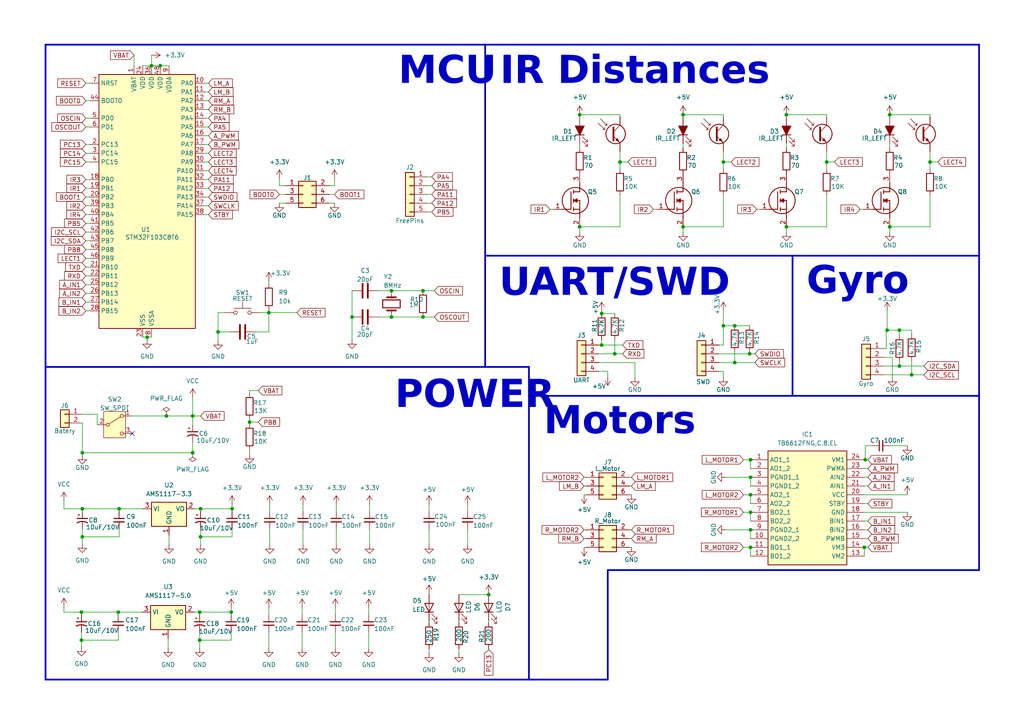
<source format=kicad_sch>
(kicad_sch (version 20230121) (generator eeschema)
  (paper "A4")
  (title_block (title "MicroMaquiMouse") (date "2024-02-08") (rev "1.1") (company "Autor: Cristian Steeven Maquilon Mejia"))
  (lib_symbols
    (symbol "Connector_Generic:Conn_01x02" (pin_names (offset 1.016) hide)
      (property "Reference" "J" (at 0 2.54 0))
      (property "Value" "Conn_01x02" (at 0 -5.08 0))
      (symbol "Conn_01x02_1_1"
        (pin passive line (at -5.08 0 0) (length 3.81) (name "Pin_1") (number "1"))
        (pin passive line (at -5.08 -2.54 0) (length 3.81) (name "Pin_2") (number "2"))
      )
    )
    (symbol "Connector_Generic:Conn_01x04" (pin_names (offset 1.016) hide)
      (property "Reference" "J" (at 0 5.08 0))
      (property "Value" "Conn_01x04" (at 0 -7.62 0))
      (symbol "Conn_01x04_1_1"
        (pin passive line (at -5.08 2.54 0) (length 3.81) (name "Pin_1") (number "1"))
        (pin passive line (at -5.08 0 0) (length 3.81) (name "Pin_2") (number "2"))
        (pin passive line (at -5.08 -2.54 0) (length 3.81) (name "Pin_3") (number "3"))
        (pin passive line (at -5.08 -5.08 0) (length 3.81) (name "Pin_4") (number "4"))
      )
    )
    (symbol "Connector_Generic:Conn_01x05" (pin_names (offset 1.016) hide)
      (property "Reference" "J" (at 0 7.62 0))
      (property "Value" "Conn_01x05" (at 0 -7.62 0))
      (symbol "Conn_01x05_1_1"
        (pin passive line (at -5.08 5.08 0) (length 3.81) (name "Pin_1") (number "1"))
        (pin passive line (at -5.08 2.54 0) (length 3.81) (name "Pin_2") (number "2"))
        (pin passive line (at -5.08 0 0) (length 3.81) (name "Pin_3") (number "3"))
        (pin passive line (at -5.08 -2.54 0) (length 3.81) (name "Pin_4") (number "4"))
        (pin passive line (at -5.08 -5.08 0) (length 3.81) (name "Pin_5") (number "5"))
      )
    )
    (symbol "Connector_Generic:Conn_02x03_Odd_Even" (pin_names (offset 1.016) hide)
      (property "Reference" "J" (at 1.27 5.08 0))
      (property "Value" "Conn_02x03_Odd_Even" (at 1.27 -5.08 0))
      (symbol "Conn_02x03_Odd_Even_1_1"
        (pin passive line (at -5.08 2.54 0) (length 3.81) (name "Pin_1") (number "1"))
        (pin passive line (at 7.62 2.54 180) (length 3.81) (name "Pin_2") (number "2"))
        (pin passive line (at -5.08 0 0) (length 3.81) (name "Pin_3") (number "3"))
        (pin passive line (at 7.62 0 180) (length 3.81) (name "Pin_4") (number "4"))
        (pin passive line (at -5.08 -2.54 0) (length 3.81) (name "Pin_5") (number "5"))
        (pin passive line (at 7.62 -2.54 180) (length 3.81) (name "Pin_6") (number "6"))
      )
    )
    (symbol "Device:C" (pin_numbers hide) (pin_names (offset 0.254))
      (property "Reference" "C" (at 0.635 2.54 0))
      (property "Value" "C" (at 0.635 -2.54 0))
      (symbol "C_1_1"
        (pin passive line (at 0 3.81 270) (length 2.794) (name "~") (number "1"))
        (pin passive line (at 0 -3.81 90) (length 2.794) (name "~") (number "2"))
      )
    )
    (symbol "Device:C_Polarized_Small_US" (pin_numbers hide) (pin_names (offset 0.254) hide)
      (property "Reference" "C" (at 0.254 1.778 0))
      (property "Value" "C_Polarized_Small_US" (at 0.254 -2.032 0))
      (symbol "C_Polarized_Small_US_1_1"
        (pin passive line (at 0 2.54 270) (length 2.032) (name "~") (number "1"))
        (pin passive line (at 0 -2.54 90) (length 2.032) (name "~") (number "2"))
      )
    )
    (symbol "Device:C_Small" (pin_numbers hide) (pin_names (offset 0.254) hide)
      (property "Reference" "C" (at 0.254 1.778 0))
      (property "Value" "C_Small" (at 0.254 -2.032 0))
      (symbol "C_Small_1_1"
        (pin passive line (at 0 2.54 270) (length 2.032) (name "~") (number "1"))
        (pin passive line (at 0 -2.54 90) (length 2.032) (name "~") (number "2"))
      )
    )
    (symbol "Device:Crystal" (pin_numbers hide) (pin_names (offset 1.016) hide)
      (property "Reference" "Y" (at 0 3.81 0))
      (property "Value" "Crystal" (at 0 -3.81 0))
      (symbol "Crystal_1_1"
        (pin passive line (at -3.81 0 0) (length 1.27) (name "1") (number "1"))
        (pin passive line (at 3.81 0 180) (length 1.27) (name "2") (number "2"))
      )
    )
    (symbol "Device:LED" (pin_numbers hide) (pin_names (offset 1.016) hide)
      (property "Reference" "D" (at 0 2.54 0))
      (property "Value" "LED" (at 0 -2.54 0))
      (symbol "LED_1_1"
        (pin passive line (at -3.81 0 0) (length 2.54) (name "K") (number "1"))
        (pin passive line (at 3.81 0 180) (length 2.54) (name "A") (number "2"))
      )
    )
    (symbol "Device:R" (pin_numbers hide) (pin_names (offset 0))
      (property "Reference" "R" (at 2.032 0 90))
      (property "Value" "R" (at 0 0 90))
      (symbol "R_1_1"
        (pin passive line (at 0 3.81 270) (length 1.27) (name "~") (number "1"))
        (pin passive line (at 0 -3.81 90) (length 1.27) (name "~") (number "2"))
      )
    )
    (symbol "IRLML6344TRPBF:IRLML6344TRPBF" (pin_names hide)
      (property "Reference" "Q" (at 11.43 3.81 0))
      (property "Value" "IRLML6344TRPBF" (at 11.43 1.27 0))
      (symbol "IRLML6344TRPBF_1_1"
        (pin passive line (at 0 0 0) (length 2.54) (name "G") (number "1"))
        (pin passive line (at 7.62 -5.08 90) (length 2.54) (name "S") (number "2"))
        (pin passive line (at 7.62 10.16 270) (length 2.54) (name "D") (number "3"))
      )
    )
    (symbol "LED_Filled_1" (pin_numbers hide) (pin_names (offset 1.016) hide)
      (property "Reference" "D1" (at -0.254 4.826 90))
      (property "Value" "IR_LEFT" (at -2.286 8.128 90))
      (symbol "LED_Filled_1_1_1"
        (pin passive line (at -3.81 0 0) (length 2.54) (name "K") (number "1"))
        (pin passive line (at 3.81 0 180) (length 2.54) (name "A") (number "2"))
        (pin passive line (at -6.096 -11.684 0) (length 2.54) (name "E") (number "3"))
        (pin passive line (at 4.064 -11.684 180) (length 2.54) (name "C") (number "4"))
      )
    )
    (symbol "MCU_ST_STM32F1:STM32F103C8Tx"
      (property "Reference" "U" (at -12.7 39.37 0))
      (property "Value" "STM32F103C8Tx" (at 10.16 39.37 0))
      (symbol "STM32F103C8Tx_1_1"
        (pin power_in line (at -2.54 40.64 270) (length 2.54) (name "VBAT") (number "1"))
        (pin bidirectional line (at 17.78 35.56 180) (length 2.54) (name "PA0") (number "10"))
        (pin bidirectional line (at 17.78 33.02 180) (length 2.54) (name "PA1") (number "11"))
        (pin bidirectional line (at 17.78 30.48 180) (length 2.54) (name "PA2") (number "12"))
        (pin bidirectional line (at 17.78 27.94 180) (length 2.54) (name "PA3") (number "13"))
        (pin bidirectional line (at 17.78 25.4 180) (length 2.54) (name "PA4") (number "14"))
        (pin bidirectional line (at 17.78 22.86 180) (length 2.54) (name "PA5") (number "15"))
        (pin bidirectional line (at 17.78 20.32 180) (length 2.54) (name "PA6") (number "16"))
        (pin bidirectional line (at 17.78 17.78 180) (length 2.54) (name "PA7") (number "17"))
        (pin bidirectional line (at -15.24 7.62 0) (length 2.54) (name "PB0") (number "18"))
        (pin bidirectional line (at -15.24 5.08 0) (length 2.54) (name "PB1") (number "19"))
        (pin bidirectional line (at -15.24 17.78 0) (length 2.54) (name "PC13") (number "2"))
        (pin bidirectional line (at -15.24 2.54 0) (length 2.54) (name "PB2") (number "20"))
        (pin bidirectional line (at -15.24 -17.78 0) (length 2.54) (name "PB10") (number "21"))
        (pin bidirectional line (at -15.24 -20.32 0) (length 2.54) (name "PB11") (number "22"))
        (pin power_in line (at 0 -38.1 90) (length 2.54) (name "VSS") (number "23"))
        (pin power_in line (at 0 40.64 270) (length 2.54) (name "VDD") (number "24"))
        (pin bidirectional line (at -15.24 -22.86 0) (length 2.54) (name "PB12") (number "25"))
        (pin bidirectional line (at -15.24 -25.4 0) (length 2.54) (name "PB13") (number "26"))
        (pin bidirectional line (at -15.24 -27.94 0) (length 2.54) (name "PB14") (number "27"))
        (pin bidirectional line (at -15.24 -30.48 0) (length 2.54) (name "PB15") (number "28"))
        (pin bidirectional line (at 17.78 15.24 180) (length 2.54) (name "PA8") (number "29"))
        (pin bidirectional line (at -15.24 15.24 0) (length 2.54) (name "PC14") (number "3"))
        (pin bidirectional line (at 17.78 12.7 180) (length 2.54) (name "PA9") (number "30"))
        (pin bidirectional line (at 17.78 10.16 180) (length 2.54) (name "PA10") (number "31"))
        (pin bidirectional line (at 17.78 7.62 180) (length 2.54) (name "PA11") (number "32"))
        (pin bidirectional line (at 17.78 5.08 180) (length 2.54) (name "PA12") (number "33"))
        (pin bidirectional line (at 17.78 2.54 180) (length 2.54) (name "PA13") (number "34"))
        (pin passive line (at 0 -38.1 90) (length 2.54) hide (name "VSS") (number "35"))
        (pin power_in line (at 2.54 40.64 270) (length 2.54) (name "VDD") (number "36"))
        (pin bidirectional line (at 17.78 0 180) (length 2.54) (name "PA14") (number "37"))
        (pin bidirectional line (at 17.78 -2.54 180) (length 2.54) (name "PA15") (number "38"))
        (pin bidirectional line (at -15.24 0 0) (length 2.54) (name "PB3") (number "39"))
        (pin bidirectional line (at -15.24 12.7 0) (length 2.54) (name "PC15") (number "4"))
        (pin bidirectional line (at -15.24 -2.54 0) (length 2.54) (name "PB4") (number "40"))
        (pin bidirectional line (at -15.24 -5.08 0) (length 2.54) (name "PB5") (number "41"))
        (pin bidirectional line (at -15.24 -7.62 0) (length 2.54) (name "PB6") (number "42"))
        (pin bidirectional line (at -15.24 -10.16 0) (length 2.54) (name "PB7") (number "43"))
        (pin input line (at -15.24 30.48 0) (length 2.54) (name "BOOT0") (number "44"))
        (pin bidirectional line (at -15.24 -12.7 0) (length 2.54) (name "PB8") (number "45"))
        (pin bidirectional line (at -15.24 -15.24 0) (length 2.54) (name "PB9") (number "46"))
        (pin passive line (at 0 -38.1 90) (length 2.54) hide (name "VSS") (number "47"))
        (pin power_in line (at 5.08 40.64 270) (length 2.54) (name "VDD") (number "48"))
        (pin bidirectional line (at -15.24 25.4 0) (length 2.54) (name "PD0") (number "5"))
        (pin bidirectional line (at -15.24 22.86 0) (length 2.54) (name "PD1") (number "6"))
        (pin input line (at -15.24 35.56 0) (length 2.54) (name "NRST") (number "7"))
        (pin power_in line (at 2.54 -38.1 90) (length 2.54) (name "VSSA") (number "8"))
        (pin power_in line (at 7.62 40.64 270) (length 2.54) (name "VDDA") (number "9"))
      )
    )
    (symbol "Regulator_Linear:AMS1117-3.3"
      (property "Reference" "U" (at -3.81 3.175 0))
      (property "Value" "AMS1117-3.3" (at 0 3.175 0))
      (symbol "AMS1117-3.3_1_1"
        (pin power_in line (at 0 -7.62 90) (length 2.54) (name "GND") (number "1"))
        (pin power_out line (at 7.62 0 180) (length 2.54) (name "VO") (number "2"))
        (pin power_in line (at -7.62 0 0) (length 2.54) (name "VI") (number "3"))
      )
    )
    (symbol "Regulator_Linear:AMS1117-5.0"
      (property "Reference" "U" (at -3.81 3.175 0))
      (property "Value" "AMS1117-5.0" (at 0 3.175 0))
      (symbol "AMS1117-5.0_1_1"
        (pin power_in line (at 0 -7.62 90) (length 2.54) (name "GND") (number "1"))
        (pin power_out line (at 7.62 0 180) (length 2.54) (name "VO") (number "2"))
        (pin power_in line (at -7.62 0 0) (length 2.54) (name "VI") (number "3"))
      )
    )
    (symbol "Switch:SW_MEC_5G" (pin_numbers hide) (pin_names (offset 1.016) hide)
      (property "Reference" "SW2" (at 0 5.842 0))
      (property "Value" "RESET" (at 0 4.064 0))
      (symbol "SW_MEC_5G_1_1"
        (pin passive line (at -5.08 0 0) (length 2.54) (name "A") (number "1"))
        (pin passive line (at 5.08 0 180) (length 2.54) (name "B") (number "2"))
      )
    )
    (symbol "Switch:SW_SPDT" (pin_names (offset 0) hide)
      (property "Reference" "SW" (at 0 5.08 0))
      (property "Value" "SW_SPDT" (at 0 -5.08 0))
      (symbol "SW_SPDT_1_1"
        (pin passive line (at 5.08 2.54 180) (length 2.54) (name "A") (number "1"))
        (pin passive line (at -5.08 0 0) (length 2.54) (name "B") (number "2"))
        (pin passive line (at 5.08 -2.54 180) (length 2.54) (name "C") (number "3"))
      )
    )
    (symbol "TB6612FNG_C_8_EL:TB6612FNG,C,8,EL"
      (property "Reference" "IC" (at 29.21 7.62 0))
      (property "Value" "TB6612FNG,C,8,EL" (at 29.21 5.08 0))
      (symbol "TB6612FNG,C,8,EL_1_1"
        (pin passive line (at 0 0 0) (length 5.08) (name "AO1_1") (number "1"))
        (pin passive line (at 0 -22.86 0) (length 5.08) (name "PGND2_2") (number "10"))
        (pin passive line (at 0 -25.4 0) (length 5.08) (name "BO1_1") (number "11"))
        (pin passive line (at 0 -27.94 0) (length 5.08) (name "BO1_2") (number "12"))
        (pin passive line (at 33.02 -27.94 180) (length 5.08) (name "VM2") (number "13"))
        (pin passive line (at 33.02 -25.4 180) (length 5.08) (name "VM3") (number "14"))
        (pin passive line (at 33.02 -22.86 180) (length 5.08) (name "PWMB") (number "15"))
        (pin passive line (at 33.02 -20.32 180) (length 5.08) (name "BIN2") (number "16"))
        (pin passive line (at 33.02 -17.78 180) (length 5.08) (name "BIN1") (number "17"))
        (pin passive line (at 33.02 -15.24 180) (length 5.08) (name "GND") (number "18"))
        (pin passive line (at 33.02 -12.7 180) (length 5.08) (name "STBY") (number "19"))
        (pin passive line (at 0 -2.54 0) (length 5.08) (name "AO1_2") (number "2"))
        (pin passive line (at 33.02 -10.16 180) (length 5.08) (name "VCC") (number "20"))
        (pin passive line (at 33.02 -7.62 180) (length 5.08) (name "AIN1") (number "21"))
        (pin passive line (at 33.02 -5.08 180) (length 5.08) (name "AIN2") (number "22"))
        (pin passive line (at 33.02 -2.54 180) (length 5.08) (name "PWMA") (number "23"))
        (pin passive line (at 33.02 0 180) (length 5.08) (name "VM1") (number "24"))
        (pin passive line (at 0 -5.08 0) (length 5.08) (name "PGND1_1") (number "3"))
        (pin passive line (at 0 -7.62 0) (length 5.08) (name "PGND1_2") (number "4"))
        (pin passive line (at 0 -10.16 0) (length 5.08) (name "AO2_1") (number "5"))
        (pin passive line (at 0 -12.7 0) (length 5.08) (name "AO2_2") (number "6"))
        (pin passive line (at 0 -15.24 0) (length 5.08) (name "BO2_1") (number "7"))
        (pin passive line (at 0 -17.78 0) (length 5.08) (name "BO2_2") (number "8"))
        (pin passive line (at 0 -20.32 0) (length 5.08) (name "PGND2_1") (number "9"))
      )
    )
    (symbol "power:+3.3V" (power) (pin_names (offset 0))
      (property "Value" "+3.3V" (at 0 3.556 0))
      (symbol "+3.3V_1_1"
        (pin power_in line (at 0 0 90) (length 0) hide (name "+3.3V") (number "1"))
      )
    )
    (symbol "power:+5V" (power) (pin_names (offset 0))
      (property "Value" "+5V" (at 0 3.556 0))
      (symbol "+5V_1_1"
        (pin power_in line (at 0 0 90) (length 0) hide (name "+5V") (number "1"))
      )
    )
    (symbol "power:GND" (power) (pin_names (offset 0))
      (property "Value" "GND" (at 0 -3.81 0))
      (symbol "GND_1_1"
        (pin power_in line (at 0 0 270) (length 0) hide (name "GND") (number "1"))
      )
    )
    (symbol "power:PWR_FLAG" (power) (pin_numbers hide) (pin_names (offset 0) hide)
      (property "Value" "PWR_FLAG" (at 0 3.81 0))
      (symbol "PWR_FLAG_0_0"
        (pin power_out line (at 0 0 90) (length 0) (name "pwr") (number "1"))
      )
    )
    (symbol "power:VCC" (power) (pin_names (offset 0))
      (property "Value" "VCC" (at 0 3.81 0))
      (symbol "VCC_1_1"
        (pin power_in line (at 0 0 90) (length 0) hide (name "VCC") (number "1"))
      )
    )
  )
  (junction (at 57.912 185.674))
  (junction (at 258.064 33.274))
  (junction (at 217.678 143.51))
  (junction (at 213.106 105.156))
  (junction (at 43.942 19.05))
  (junction (at 174.498 100.076))
  (junction (at 113.538 91.948))
  (junction (at 209.804 94.488))
  (junction (at 141.732 172.466))
  (junction (at 198.12 65.786))
  (junction (at 217.678 153.67))
  (junction (at 213.106 94.488))
  (junction (at 23.876 155.702))
  (junction (at 113.538 84.328))
  (junction (at 48.26 120.65))
  (junction (at 174.498 90.932))
  (junction (at 217.678 138.43))
  (junction (at 179.832 46.99))
  (junction (at 168.148 33.274))
  (junction (at 209.804 46.99))
  (junction (at 55.88 120.65))
  (junction (at 67.31 147.574))
  (junction (at 269.748 46.99))
  (junction (at 228.092 65.786))
  (junction (at 122.682 84.328))
  (junction (at 250.952 133.35))
  (junction (at 34.544 147.574))
  (junction (at 228.092 33.274))
  (junction (at 264.414 108.712))
  (junction (at 250.698 158.75))
  (junction (at 260.858 106.172))
  (junction (at 57.912 177.546))
  (junction (at 46.482 19.05))
  (junction (at 23.876 131.318))
  (junction (at 63.246 96.266))
  (junction (at 55.88 131.318))
  (junction (at 67.056 177.546))
  (junction (at 34.29 177.546))
  (junction (at 239.776 46.99))
  (junction (at 42.672 97.79))
  (junction (at 23.876 147.574))
  (junction (at 217.678 148.59))
  (junction (at 58.166 147.574))
  (junction (at 23.622 185.674))
  (junction (at 217.424 102.616))
  (junction (at 217.678 158.75))
  (junction (at 178.308 102.616))
  (junction (at 168.148 65.786))
  (junction (at 258.064 65.786))
  (junction (at 217.678 133.35))
  (junction (at 58.166 155.702))
  (junction (at 260.858 95.758))
  (junction (at 198.12 33.274))
  (junction (at 77.978 90.678))
  (junction (at 257.302 95.758))
  (junction (at 23.622 177.546))
  (junction (at 72.39 122.428))
  (junction (at 102.108 91.948))
  (junction (at 122.682 91.948))
  (no_connect (at 38.354 125.73))
  (wire (pts (xy 209.804 33.274) (xy 198.12 33.274)))
  (wire (pts (xy 48.768 185.166) (xy 48.768 187.96)))
  (wire (pts (xy 210.566 138.43) (xy 217.678 138.43)))
  (wire (pts (xy 189.484 60.706) (xy 190.5 60.706)))
  (wire (pts (xy 269.748 65.786) (xy 258.064 65.786)))
  (wire (pts (xy 179.832 43.942) (xy 179.832 46.99)))
  (wire (pts (xy 24.892 36.83) (xy 26.162 36.83)))
  (wire (pts (xy 74.93 113.284) (xy 72.39 113.284)))
  (wire (pts (xy 60.452 44.45) (xy 59.182 44.45)))
  (wire (pts (xy 176.276 107.696) (xy 176.276 109.22)))
  (wire (pts (xy 106.934 183.388) (xy 106.934 187.96)))
  (wire (pts (xy 133.096 188.214) (xy 133.096 189.484)))
  (wire (pts (xy 107.188 153.416) (xy 107.188 157.988)))
  (wire (pts (xy 250.952 129.286) (xy 250.952 133.35)))
  (wire (pts (xy 18.542 147.574) (xy 23.876 147.574)))
  (wire (pts (xy 23.876 131.318) (xy 55.88 131.318)))
  (wire (pts (xy 23.876 132.08) (xy 23.876 131.318)))
  (wire (pts (xy 260.858 95.758) (xy 257.302 95.758)))
  (wire (pts (xy 60.452 46.99) (xy 59.182 46.99)))
  (wire (pts (xy 67.31 148.336) (xy 67.31 147.574)))
  (wire (pts (xy 58.166 155.702) (xy 58.166 157.988)))
  (polyline (pts (xy 283.972 74.168) (xy 283.972 12.954)) (stroke (width 0.5)))
  (wire (pts (xy 77.978 89.916) (xy 77.978 90.678)))
  (wire (pts (xy 24.892 59.69) (xy 26.162 59.69)))
  (wire (pts (xy 141.732 180.086) (xy 141.732 180.594)))
  (wire (pts (xy 125.222 56.388) (xy 123.952 56.388)))
  (wire (pts (xy 58.166 147.574) (xy 67.31 147.574)))
  (wire (pts (xy 209.804 100.076) (xy 209.804 94.488)))
  (wire (pts (xy 217.424 102.108) (xy 217.424 102.616)))
  (wire (pts (xy 57.912 183.388) (xy 57.912 185.674)))
  (polyline (pts (xy 153.416 114.808) (xy 283.972 114.808)) (stroke (width 0.5)))
  (wire (pts (xy 23.622 177.546) (xy 18.542 177.546)))
  (wire (pts (xy 24.892 62.23) (xy 26.162 62.23)))
  (wire (pts (xy 124.46 146.304) (xy 124.46 148.336)))
  (wire (pts (xy 239.776 43.942) (xy 239.776 46.99)))
  (wire (pts (xy 67.056 178.308) (xy 67.056 177.546)))
  (wire (pts (xy 72.39 122.428) (xy 72.39 122.936)))
  (wire (pts (xy 60.452 54.61) (xy 59.182 54.61)))
  (wire (pts (xy 23.622 185.674) (xy 23.622 183.388)))
  (wire (pts (xy 209.804 46.99) (xy 212.09 46.99)))
  (wire (pts (xy 97.536 153.416) (xy 97.536 157.988)))
  (wire (pts (xy 209.804 46.99) (xy 209.804 49.022)))
  (wire (pts (xy 125.222 53.848) (xy 123.952 53.848)))
  (wire (pts (xy 60.452 36.83) (xy 59.182 36.83)))
  (wire (pts (xy 182.626 143.51) (xy 183.134 143.51)))
  (wire (pts (xy 174.498 98.552) (xy 174.498 100.076)))
  (wire (pts (xy 63.246 90.678) (xy 65.278 90.678)))
  (wire (pts (xy 251.714 153.67) (xy 250.698 153.67)))
  (wire (pts (xy 250.952 133.35) (xy 251.714 133.35)))
  (wire (pts (xy 24.892 67.31) (xy 26.162 67.31)))
  (wire (pts (xy 179.832 56.642) (xy 179.832 65.786)))
  (wire (pts (xy 34.544 155.702) (xy 23.876 155.702)))
  (wire (pts (xy 173.736 105.156) (xy 184.15 105.156)))
  (wire (pts (xy 24.892 54.61) (xy 26.162 54.61)))
  (wire (pts (xy 125.222 61.468) (xy 123.952 61.468)))
  (wire (pts (xy 269.748 46.99) (xy 272.034 46.99)))
  (wire (pts (xy 264.414 104.648) (xy 264.414 108.712)))
  (wire (pts (xy 239.776 33.782) (xy 239.776 33.274)))
  (polyline (pts (xy 140.716 12.954) (xy 13.208 12.954)) (stroke (width 0.5)))
  (wire (pts (xy 269.748 46.99) (xy 269.748 49.022)))
  (wire (pts (xy 109.728 84.328) (xy 113.538 84.328)))
  (wire (pts (xy 250.698 133.35) (xy 250.952 133.35)))
  (wire (pts (xy 24.892 69.85) (xy 26.162 69.85)))
  (wire (pts (xy 55.88 115.316) (xy 55.88 120.65)))
  (wire (pts (xy 179.832 65.786) (xy 168.148 65.786)))
  (wire (pts (xy 63.246 96.266) (xy 66.548 96.266)))
  (wire (pts (xy 141.732 172.466) (xy 133.096 172.466)))
  (wire (pts (xy 60.452 39.37) (xy 59.182 39.37)))
  (wire (pts (xy 77.978 90.678) (xy 77.978 96.266)))
  (wire (pts (xy 60.452 34.29) (xy 59.182 34.29)))
  (wire (pts (xy 269.748 33.274) (xy 269.748 33.782)))
  (wire (pts (xy 63.246 96.266) (xy 63.246 98.806)))
  (wire (pts (xy 209.804 107.696) (xy 209.804 109.474)))
  (wire (pts (xy 168.148 33.274) (xy 179.832 33.274)))
  (wire (pts (xy 208.534 100.076) (xy 209.804 100.076)))
  (wire (pts (xy 41.402 19.05) (xy 43.942 19.05)))
  (wire (pts (xy 260.858 97.282) (xy 260.858 95.758)))
  (wire (pts (xy 77.978 176.276) (xy 77.978 178.308)))
  (wire (pts (xy 72.39 121.666) (xy 72.39 122.428)))
  (wire (pts (xy 102.108 84.328) (xy 102.108 91.948)))
  (wire (pts (xy 97.536 146.304) (xy 97.536 148.336)))
  (wire (pts (xy 183.134 156.21) (xy 182.626 156.21)))
  (wire (pts (xy 23.622 177.546) (xy 23.622 178.308)))
  (wire (pts (xy 24.892 34.29) (xy 26.162 34.29)))
  (wire (pts (xy 49.022 155.194) (xy 49.022 157.988)))
  (wire (pts (xy 122.682 84.328) (xy 125.984 84.328)))
  (wire (pts (xy 198.12 67.31) (xy 198.12 65.786)))
  (wire (pts (xy 67.31 155.702) (xy 58.166 155.702)))
  (wire (pts (xy 250.952 129.286) (xy 252.984 129.286)))
  (wire (pts (xy 228.092 34.036) (xy 228.092 33.274)))
  (wire (pts (xy 124.46 188.214) (xy 124.46 189.484)))
  (wire (pts (xy 179.832 46.99) (xy 182.118 46.99)))
  (wire (pts (xy 72.39 113.284) (xy 72.39 114.046)))
  (wire (pts (xy 97.282 183.388) (xy 97.282 187.96)))
  (wire (pts (xy 135.636 153.416) (xy 135.636 157.988)))
  (wire (pts (xy 133.096 180.086) (xy 133.096 180.594)))
  (wire (pts (xy 60.452 52.07) (xy 59.182 52.07)))
  (wire (pts (xy 228.092 67.31) (xy 228.092 65.786)))
  (wire (pts (xy 209.804 43.942) (xy 209.804 46.99)))
  (wire (pts (xy 173.736 100.076) (xy 174.498 100.076)))
  (wire (pts (xy 174.498 90.17) (xy 174.498 90.932)))
  (polyline (pts (xy 140.716 106.426) (xy 140.716 12.954)) (stroke (width 0.5)))
  (wire (pts (xy 251.714 151.13) (xy 250.698 151.13)))
  (wire (pts (xy 24.892 64.77) (xy 26.162 64.77)))
  (wire (pts (xy 67.056 185.674) (xy 57.912 185.674)))
  (wire (pts (xy 184.15 105.156) (xy 184.15 109.474)))
  (wire (pts (xy 55.88 128.27) (xy 55.88 131.318)))
  (wire (pts (xy 263.144 143.51) (xy 250.698 143.51)))
  (wire (pts (xy 215.646 143.51) (xy 217.678 143.51)))
  (polyline (pts (xy 13.208 12.954) (xy 13.208 106.426)) (stroke (width 0.5)))
  (wire (pts (xy 239.776 46.99) (xy 239.776 49.022)))
  (wire (pts (xy 169.418 158.75) (xy 169.926 158.75)))
  (wire (pts (xy 210.566 153.67) (xy 217.678 153.67)))
  (wire (pts (xy 228.092 41.656) (xy 228.092 42.926)))
  (wire (pts (xy 59.182 26.67) (xy 60.452 26.67)))
  (wire (pts (xy 23.876 147.574) (xy 23.876 148.336)))
  (wire (pts (xy 81.026 53.848) (xy 81.026 51.816)))
  (wire (pts (xy 215.646 148.59) (xy 217.678 148.59)))
  (wire (pts (xy 256.286 108.712) (xy 264.414 108.712)))
  (wire (pts (xy 183.134 138.43) (xy 182.626 138.43)))
  (wire (pts (xy 219.456 60.706) (xy 220.472 60.706)))
  (wire (pts (xy 183.134 153.67) (xy 182.626 153.67)))
  (wire (pts (xy 82.804 53.848) (xy 81.026 53.848)))
  (wire (pts (xy 42.672 98.552) (xy 42.672 97.79)))
  (wire (pts (xy 256.286 106.172) (xy 260.858 106.172)))
  (wire (pts (xy 179.832 33.782) (xy 179.832 33.274)))
  (wire (pts (xy 257.048 101.092) (xy 256.286 101.092)))
  (wire (pts (xy 38.354 120.65) (xy 48.26 120.65)))
  (wire (pts (xy 209.804 90.17) (xy 209.804 94.488)))
  (wire (pts (xy 209.804 94.488) (xy 213.106 94.488)))
  (wire (pts (xy 174.498 100.076) (xy 180.594 100.076)))
  (wire (pts (xy 67.31 146.304) (xy 67.31 147.574)))
  (wire (pts (xy 58.166 147.574) (xy 58.166 148.336)))
  (wire (pts (xy 67.056 176.276) (xy 67.056 177.546)))
  (wire (pts (xy 60.452 57.15) (xy 59.182 57.15)))
  (wire (pts (xy 59.182 31.75) (xy 60.452 31.75)))
  (wire (pts (xy 239.776 65.786) (xy 228.092 65.786)))
  (wire (pts (xy 264.414 97.028) (xy 264.414 95.758)))
  (polyline (pts (xy 283.972 12.954) (xy 140.716 12.954)) (stroke (width 0.5)))
  (wire (pts (xy 260.858 104.902) (xy 260.858 106.172)))
  (wire (pts (xy 59.182 41.91) (xy 60.452 41.91)))
  (wire (pts (xy 87.884 153.416) (xy 87.884 157.988)))
  (wire (pts (xy 178.308 98.552) (xy 178.308 102.616)))
  (wire (pts (xy 24.892 41.91) (xy 26.162 41.91)))
  (wire (pts (xy 217.678 133.35) (xy 217.678 135.89)))
  (wire (pts (xy 42.672 97.79) (xy 43.942 97.79)))
  (wire (pts (xy 24.892 80.01) (xy 26.162 80.01)))
  (wire (pts (xy 106.934 176.276) (xy 106.934 178.308)))
  (polyline (pts (xy 229.87 74.168) (xy 229.87 114.808)) (stroke (width 0.5)))
  (polyline (pts (xy 153.416 106.426) (xy 140.716 106.426)) (stroke (width 0.5)))
  (wire (pts (xy 124.46 180.086) (xy 124.46 180.594)))
  (wire (pts (xy 168.148 34.036) (xy 168.148 33.274)))
  (wire (pts (xy 23.876 155.702) (xy 23.876 153.416)))
  (wire (pts (xy 125.222 58.928) (xy 123.952 58.928)))
  (wire (pts (xy 24.892 90.17) (xy 26.162 90.17)))
  (wire (pts (xy 60.452 59.69) (xy 59.182 59.69)))
  (polyline (pts (xy 13.208 197.104) (xy 153.416 197.104)) (stroke (width 0.5)))
  (wire (pts (xy 34.544 148.336) (xy 34.544 147.574)))
  (wire (pts (xy 24.892 72.39) (xy 26.162 72.39)))
  (wire (pts (xy 34.544 147.574) (xy 23.876 147.574)))
  (wire (pts (xy 46.482 19.05) (xy 49.022 19.05)))
  (wire (pts (xy 23.876 120.142) (xy 28.194 120.142)))
  (wire (pts (xy 28.194 120.142) (xy 28.194 123.19)))
  (wire (pts (xy 87.63 183.388) (xy 87.63 187.96)))
  (wire (pts (xy 169.418 153.67) (xy 169.926 153.67)))
  (wire (pts (xy 251.714 156.21) (xy 250.698 156.21)))
  (wire (pts (xy 217.678 153.67) (xy 217.678 156.21)))
  (wire (pts (xy 56.642 147.574) (xy 58.166 147.574)))
  (wire (pts (xy 87.63 176.276) (xy 87.63 178.308)))
  (wire (pts (xy 169.418 138.43) (xy 169.926 138.43)))
  (wire (pts (xy 169.418 143.51) (xy 169.926 143.51)))
  (wire (pts (xy 95.504 53.848) (xy 97.028 53.848)))
  (wire (pts (xy 67.056 183.388) (xy 67.056 185.674)))
  (wire (pts (xy 250.698 158.75) (xy 250.698 161.29)))
  (wire (pts (xy 55.88 120.65) (xy 58.166 120.65)))
  (wire (pts (xy 250.698 135.89) (xy 251.714 135.89)))
  (wire (pts (xy 198.12 41.656) (xy 198.12 42.926)))
  (wire (pts (xy 57.912 177.546) (xy 67.056 177.546)))
  (wire (pts (xy 269.748 43.942) (xy 269.748 46.99)))
  (wire (pts (xy 179.832 46.99) (xy 179.832 49.022)))
  (wire (pts (xy 239.776 46.99) (xy 242.062 46.99)))
  (wire (pts (xy 208.534 105.156) (xy 213.106 105.156)))
  (wire (pts (xy 81.026 58.928) (xy 82.804 58.928)))
  (wire (pts (xy 97.282 176.276) (xy 97.282 178.308)))
  (wire (pts (xy 141.732 172.212) (xy 141.732 172.466)))
  (wire (pts (xy 257.048 95.758) (xy 257.048 101.092)))
  (wire (pts (xy 124.46 172.212) (xy 124.46 172.466)))
  (wire (pts (xy 264.414 108.712) (xy 267.97 108.712)))
  (wire (pts (xy 198.12 34.036) (xy 198.12 33.274)))
  (wire (pts (xy 57.912 185.674) (xy 57.912 187.96)))
  (wire (pts (xy 63.246 90.678) (xy 63.246 96.266)))
  (wire (pts (xy 24.892 29.21) (xy 26.162 29.21)))
  (wire (pts (xy 24.892 74.93) (xy 26.162 74.93)))
  (wire (pts (xy 24.892 44.45) (xy 26.162 44.45)))
  (wire (pts (xy 57.912 177.546) (xy 57.912 178.308)))
  (wire (pts (xy 58.166 153.416) (xy 58.166 155.702)))
  (wire (pts (xy 217.678 138.43) (xy 217.678 140.97)))
  (wire (pts (xy 217.678 143.51) (xy 217.678 146.05)))
  (wire (pts (xy 239.776 33.274) (xy 228.092 33.274)))
  (wire (pts (xy 77.978 183.388) (xy 77.978 187.96)))
  (wire (pts (xy 260.858 95.758) (xy 264.414 95.758)))
  (wire (pts (xy 24.892 52.07) (xy 26.162 52.07)))
  (wire (pts (xy 55.88 120.65) (xy 55.88 123.19)))
  (polyline (pts (xy 13.208 106.426) (xy 140.716 106.426)) (stroke (width 0.5)))
  (wire (pts (xy 34.29 177.546) (xy 23.622 177.546)))
  (wire (pts (xy 169.418 140.97) (xy 169.926 140.97)))
  (wire (pts (xy 97.028 53.848) (xy 97.028 51.816)))
  (wire (pts (xy 258.064 33.274) (xy 258.064 34.036)))
  (wire (pts (xy 59.182 62.23) (xy 60.452 62.23)))
  (wire (pts (xy 102.108 91.948) (xy 102.108 98.552)))
  (wire (pts (xy 258.064 129.286) (xy 263.144 129.286)))
  (wire (pts (xy 18.542 147.574) (xy 18.542 145.288)))
  (wire (pts (xy 257.302 90.17) (xy 257.302 95.758)))
  (polyline (pts (xy 176.276 197.104) (xy 176.276 165.354)) (stroke (width 0.5)))
  (wire (pts (xy 141.732 188.468) (xy 141.732 188.214)))
  (wire (pts (xy 178.308 102.616) (xy 180.594 102.616)))
  (wire (pts (xy 269.748 33.274) (xy 258.064 33.274)))
  (polyline (pts (xy 283.972 165.354) (xy 283.972 114.808)) (stroke (width 0.5)))
  (wire (pts (xy 74.168 96.266) (xy 77.978 96.266)))
  (wire (pts (xy 95.504 56.388) (xy 97.028 56.388)))
  (wire (pts (xy 59.182 24.13) (xy 60.452 24.13)))
  (wire (pts (xy 38.862 16.002) (xy 38.862 19.05)))
  (wire (pts (xy 250.698 148.59) (xy 263.144 148.59)))
  (wire (pts (xy 217.678 148.59) (xy 217.678 151.13)))
  (wire (pts (xy 109.728 91.948) (xy 113.538 91.948)))
  (wire (pts (xy 67.31 153.416) (xy 67.31 155.702)))
  (wire (pts (xy 77.978 90.678) (xy 86.106 90.678)))
  (wire (pts (xy 217.678 158.75) (xy 217.678 161.29)))
  (wire (pts (xy 34.544 147.574) (xy 41.402 147.574)))
  (wire (pts (xy 72.39 131.826) (xy 72.39 130.556)))
  (wire (pts (xy 250.698 158.75) (xy 251.714 158.75)))
  (wire (pts (xy 56.388 177.546) (xy 57.912 177.546)))
  (polyline (pts (xy 153.416 197.104) (xy 176.276 197.104)) (stroke (width 0.5)))
  (wire (pts (xy 125.222 51.308) (xy 123.952 51.308)))
  (wire (pts (xy 257.302 95.758) (xy 257.048 95.758)))
  (wire (pts (xy 258.826 103.632) (xy 256.286 103.632)))
  (polyline (pts (xy 176.276 165.354) (xy 283.972 165.354)) (stroke (width 0.5)))
  (wire (pts (xy 34.544 153.416) (xy 34.544 155.702)))
  (wire (pts (xy 113.538 84.328) (xy 122.682 84.328)))
  (wire (pts (xy 258.064 41.656) (xy 258.064 42.926)))
  (wire (pts (xy 213.106 102.108) (xy 213.106 105.156)))
  (wire (pts (xy 213.106 105.156) (xy 218.948 105.156)))
  (wire (pts (xy 208.534 107.696) (xy 209.804 107.696)))
  (wire (pts (xy 48.26 120.65) (xy 55.88 120.65)))
  (wire (pts (xy 24.892 57.15) (xy 26.162 57.15)))
  (wire (pts (xy 23.622 185.674) (xy 23.622 187.706)))
  (wire (pts (xy 113.538 91.948) (xy 122.682 91.948)))
  (polyline (pts (xy 153.416 197.104) (xy 153.416 106.426)) (stroke (width 0.5)))
  (wire (pts (xy 78.232 153.416) (xy 78.232 157.988)))
  (wire (pts (xy 168.148 41.656) (xy 168.148 42.926)))
  (wire (pts (xy 24.892 85.09) (xy 26.162 85.09)))
  (wire (pts (xy 183.134 140.97) (xy 182.626 140.97)))
  (wire (pts (xy 173.736 102.616) (xy 178.308 102.616)))
  (wire (pts (xy 251.714 138.43) (xy 250.698 138.43)))
  (wire (pts (xy 60.452 29.21) (xy 59.182 29.21)))
  (wire (pts (xy 182.626 158.75) (xy 183.134 158.75)))
  (wire (pts (xy 78.232 146.304) (xy 78.232 148.336)))
  (wire (pts (xy 23.876 122.682) (xy 23.876 131.318)))
  (wire (pts (xy 41.402 97.79) (xy 42.672 97.79)))
  (wire (pts (xy 81.026 56.388) (xy 82.804 56.388)))
  (wire (pts (xy 251.714 146.05) (xy 250.698 146.05)))
  (wire (pts (xy 95.504 58.928) (xy 97.028 58.928)))
  (wire (pts (xy 135.636 146.304) (xy 135.636 148.336)))
  (wire (pts (xy 75.438 90.678) (xy 77.978 90.678)))
  (wire (pts (xy 43.942 19.05) (xy 46.482 19.05)))
  (wire (pts (xy 260.858 106.172) (xy 267.97 106.172)))
  (wire (pts (xy 209.804 65.786) (xy 198.12 65.786)))
  (polyline (pts (xy 283.972 74.168) (xy 283.972 114.808)) (stroke (width 0.5)))
  (wire (pts (xy 169.418 156.21) (xy 169.926 156.21)))
  (wire (pts (xy 208.534 102.616) (xy 217.424 102.616)))
  (wire (pts (xy 173.736 107.696) (xy 176.276 107.696)))
  (wire (pts (xy 107.188 146.304) (xy 107.188 148.336)))
  (wire (pts (xy 60.452 49.53) (xy 59.182 49.53)))
  (polyline (pts (xy 13.208 106.426) (xy 13.208 197.104)) (stroke (width 0.5)))
  (wire (pts (xy 18.542 177.546) (xy 18.542 176.022)))
  (wire (pts (xy 34.29 177.546) (xy 41.148 177.546)))
  (wire (pts (xy 72.39 122.428) (xy 74.93 122.428)))
  (wire (pts (xy 251.714 140.97) (xy 250.698 140.97)))
  (wire (pts (xy 258.064 67.31) (xy 258.064 65.786)))
  (wire (pts (xy 87.884 146.304) (xy 87.884 148.336)))
  (wire (pts (xy 24.892 77.47) (xy 26.162 77.47)))
  (wire (pts (xy 23.876 155.702) (xy 23.876 157.734)))
  (wire (pts (xy 239.776 56.642) (xy 239.776 65.786)))
  (wire (pts (xy 34.29 178.308) (xy 34.29 177.546)))
  (wire (pts (xy 209.804 56.642) (xy 209.804 65.786)))
  (wire (pts (xy 43.942 16.002) (xy 43.942 19.05)))
  (wire (pts (xy 174.498 90.932) (xy 178.308 90.932)))
  (wire (pts (xy 34.29 185.674) (xy 23.622 185.674)))
  (wire (pts (xy 217.424 102.616) (xy 218.948 102.616)))
  (wire (pts (xy 258.826 109.474) (xy 258.826 103.632)))
  (wire (pts (xy 209.804 33.782) (xy 209.804 33.274)))
  (wire (pts (xy 77.978 81.534) (xy 77.978 82.296)))
  (wire (pts (xy 24.892 87.63) (xy 26.162 87.63)))
  (wire (pts (xy 122.682 91.948) (xy 125.984 91.948)))
  (wire (pts (xy 24.892 82.55) (xy 26.162 82.55)))
  (wire (pts (xy 34.29 183.388) (xy 34.29 185.674)))
  (wire (pts (xy 159.512 60.706) (xy 160.528 60.706)))
  (polyline (pts (xy 140.97 74.168) (xy 283.972 74.168)) (stroke (width 0.5)))
  (wire (pts (xy 213.106 94.488) (xy 217.424 94.488)))
  (wire (pts (xy 24.892 46.99) (xy 26.162 46.99)))
  (wire (pts (xy 215.646 133.35) (xy 217.678 133.35)))
  (wire (pts (xy 124.46 153.416) (xy 124.46 157.988)))
  (wire (pts (xy 24.892 24.13) (xy 26.162 24.13)))
  (wire (pts (xy 269.748 56.642) (xy 269.748 65.786)))
  (wire (pts (xy 249.428 60.706) (xy 250.444 60.706)))
  (wire (pts (xy 168.148 67.31) (xy 168.148 65.786)))
  (wire (pts (xy 215.646 158.75) (xy 217.678 158.75)))
  (text "IR Distances\n" (at 145.034 27.686 0) (effects (font (size 8 8) (thickness 2) bold) (justify left bottom)))
  (text "Motors\n" (at 157.734 129.286 0) (effects (font (size 8 8) (thickness 2) bold) (justify left bottom)))
  (text "MCU\n" (at 115.57 27.686 0) (effects (font (size 8 8) (thickness 2) bold) (justify left bottom)))
  (text "Gyro" (at 233.934 88.646 0) (effects (font (size 8 8) (thickness 2) bold) (justify left bottom)))
  (text "POWER\n" (at 114.554 121.666 0) (effects (font (size 8 8) (thickness 2) bold) (justify left bottom)))
  (text "UART/SWD\n" (at 144.78 89.154 0) (effects (font (size 8 8) (thickness 2) bold) (justify left bottom)))
  (global_label "A_IN2" (shape input) (at 251.714 138.43 0) (property "Intersheetrefs" "${INTERSHEET_REFS}" (effects hide)))
  (global_label "PA5" (shape input) (at 125.222 53.848 0) (property "Intersheetrefs" "${INTERSHEET_REFS}" (effects hide)))
  (global_label "LM_B" (shape input) (at 60.452 26.67 0) (property "Intersheetrefs" "${INTERSHEET_REFS}" (effects hide)))
  (global_label "OSCOUT" (shape input) (at 24.892 36.83 180) (property "Intersheetrefs" "${INTERSHEET_REFS}" (effects hide)))
  (global_label "L_MOTOR1" (shape input) (at 183.134 138.43 0) (property "Intersheetrefs" "${INTERSHEET_REFS}" (effects hide)))
  (global_label "IR4" (shape input) (at 249.428 60.706 180) (property "Intersheetrefs" "${INTERSHEET_REFS}" (effects hide)))
  (global_label "I2C_SCL" (shape input) (at 267.97 108.712 0) (property "Intersheetrefs" "${INTERSHEET_REFS}" (effects hide)))
  (global_label "PB5" (shape input) (at 24.892 64.77 180) (property "Intersheetrefs" "${INTERSHEET_REFS}" (effects hide)))
  (global_label "PC13" (shape input) (at 24.892 41.91 180) (property "Intersheetrefs" "${INTERSHEET_REFS}" (effects hide)))
  (global_label "TXD" (shape input) (at 24.892 77.47 180) (property "Intersheetrefs" "${INTERSHEET_REFS}" (effects hide)))
  (global_label "L_MOTOR2" (shape input) (at 215.646 143.51 180) (property "Intersheetrefs" "${INTERSHEET_REFS}" (effects hide)))
  (global_label "VBAT" (shape input) (at 74.93 113.284 0) (property "Intersheetrefs" "${INTERSHEET_REFS}" (effects hide)))
  (global_label "VBAT" (shape input) (at 251.714 133.35 0) (property "Intersheetrefs" "${INTERSHEET_REFS}" (effects hide)))
  (global_label "SWDIO" (shape input) (at 60.452 57.15 0) (property "Intersheetrefs" "${INTERSHEET_REFS}" (effects hide)))
  (global_label "LECT4" (shape input) (at 272.034 46.99 0) (property "Intersheetrefs" "${INTERSHEET_REFS}" (effects hide)))
  (global_label "IR1" (shape input) (at 159.512 60.706 180) (property "Intersheetrefs" "${INTERSHEET_REFS}" (effects hide)))
  (global_label "PA12" (shape input) (at 125.222 58.928 0) (property "Intersheetrefs" "${INTERSHEET_REFS}" (effects hide)))
  (global_label "PB5" (shape input) (at 125.222 61.468 0) (property "Intersheetrefs" "${INTERSHEET_REFS}" (effects hide)))
  (global_label "IR3" (shape input) (at 219.456 60.706 180) (property "Intersheetrefs" "${INTERSHEET_REFS}" (effects hide)))
  (global_label "SWCLK" (shape input) (at 60.452 59.69 0) (property "Intersheetrefs" "${INTERSHEET_REFS}" (effects hide)))
  (global_label "IR2" (shape input) (at 24.892 59.69 180) (property "Intersheetrefs" "${INTERSHEET_REFS}" (effects hide)))
  (global_label "B_PWM" (shape input) (at 60.452 41.91 0) (property "Intersheetrefs" "${INTERSHEET_REFS}" (effects hide)))
  (global_label "LECT4" (shape input) (at 60.452 49.53 0) (property "Intersheetrefs" "${INTERSHEET_REFS}" (effects hide)))
  (global_label "PC14" (shape input) (at 24.892 44.45 180) (property "Intersheetrefs" "${INTERSHEET_REFS}" (effects hide)))
  (global_label "PA5" (shape input) (at 60.452 36.83 0) (property "Intersheetrefs" "${INTERSHEET_REFS}" (effects hide)))
  (global_label "R_MOTOR1" (shape input) (at 183.134 153.67 0) (property "Intersheetrefs" "${INTERSHEET_REFS}" (effects hide)))
  (global_label "A_PWM" (shape input) (at 60.452 39.37 0) (property "Intersheetrefs" "${INTERSHEET_REFS}" (effects hide)))
  (global_label "B_IN1" (shape input) (at 251.714 151.13 0) (property "Intersheetrefs" "${INTERSHEET_REFS}" (effects hide)))
  (global_label "LM_B" (shape input) (at 169.418 140.97 180) (property "Intersheetrefs" "${INTERSHEET_REFS}" (effects hide)))
  (global_label "PA11" (shape input) (at 60.452 52.07 0) (property "Intersheetrefs" "${INTERSHEET_REFS}" (effects hide)))
  (global_label "I2C_SDA" (shape input) (at 24.892 69.85 180) (property "Intersheetrefs" "${INTERSHEET_REFS}" (effects hide)))
  (global_label "VBAT" (shape input) (at 38.862 16.002 180) (property "Intersheetrefs" "${INTERSHEET_REFS}" (effects hide)))
  (global_label "SWDIO" (shape input) (at 218.948 102.616 0) (property "Intersheetrefs" "${INTERSHEET_REFS}" (effects hide)))
  (global_label "SWCLK" (shape input) (at 218.948 105.156 0) (property "Intersheetrefs" "${INTERSHEET_REFS}" (effects hide)))
  (global_label "OSCIN" (shape input) (at 125.984 84.328 0) (property "Intersheetrefs" "${INTERSHEET_REFS}" (effects hide)))
  (global_label "B_IN2" (shape input) (at 251.714 153.67 0) (property "Intersheetrefs" "${INTERSHEET_REFS}" (effects hide)))
  (global_label "R_MOTOR1" (shape input) (at 215.646 148.59 180) (property "Intersheetrefs" "${INTERSHEET_REFS}" (effects hide)))
  (global_label "LECT1" (shape input) (at 24.892 74.93 180) (property "Intersheetrefs" "${INTERSHEET_REFS}" (effects hide)))
  (global_label "LECT3" (shape input) (at 242.062 46.99 0) (property "Intersheetrefs" "${INTERSHEET_REFS}" (effects hide)))
  (global_label "PC13" (shape input) (at 141.732 188.468 270) (property "Intersheetrefs" "${INTERSHEET_REFS}" (effects hide)))
  (global_label "PC15" (shape input) (at 24.892 46.99 180) (property "Intersheetrefs" "${INTERSHEET_REFS}" (effects hide)))
  (global_label "LECT2" (shape input) (at 60.452 44.45 0) (property "Intersheetrefs" "${INTERSHEET_REFS}" (effects hide)))
  (global_label "B_IN1" (shape input) (at 24.892 87.63 180) (property "Intersheetrefs" "${INTERSHEET_REFS}" (effects hide)))
  (global_label "RM_A" (shape input) (at 60.452 29.21 0) (property "Intersheetrefs" "${INTERSHEET_REFS}" (effects hide)))
  (global_label "PB8" (shape input) (at 74.93 122.428 0) (property "Intersheetrefs" "${INTERSHEET_REFS}" (effects hide)))
  (global_label "B_PWM" (shape input) (at 251.714 156.21 0) (property "Intersheetrefs" "${INTERSHEET_REFS}" (effects hide)))
  (global_label "L_MOTOR2" (shape input) (at 169.418 138.43 180) (property "Intersheetrefs" "${INTERSHEET_REFS}" (effects hide)))
  (global_label "IR4" (shape input) (at 24.892 62.23 180) (property "Intersheetrefs" "${INTERSHEET_REFS}" (effects hide)))
  (global_label "BOOT0" (shape input) (at 81.026 56.388 180) (property "Intersheetrefs" "${INTERSHEET_REFS}" (effects hide)))
  (global_label "IR3" (shape input) (at 24.892 52.07 180) (property "Intersheetrefs" "${INTERSHEET_REFS}" (effects hide)))
  (global_label "RM_A" (shape input) (at 183.134 156.21 0) (property "Intersheetrefs" "${INTERSHEET_REFS}" (effects hide)))
  (global_label "A_PWM" (shape input) (at 251.714 135.89 0) (property "Intersheetrefs" "${INTERSHEET_REFS}" (effects hide)))
  (global_label "L_MOTOR1" (shape input) (at 215.646 133.35 180) (property "Intersheetrefs" "${INTERSHEET_REFS}" (effects hide)))
  (global_label "BOOT0" (shape input) (at 24.892 29.21 180) (property "Intersheetrefs" "${INTERSHEET_REFS}" (effects hide)))
  (global_label "BOOT1" (shape input) (at 97.028 56.388 0) (property "Intersheetrefs" "${INTERSHEET_REFS}" (effects hide)))
  (global_label "RESET" (shape input) (at 86.106 90.678 0) (property "Intersheetrefs" "${INTERSHEET_REFS}" (effects hide)))
  (global_label "RM_B" (shape input) (at 60.452 31.75 0) (property "Intersheetrefs" "${INTERSHEET_REFS}" (effects hide)))
  (global_label "VBAT" (shape input) (at 251.714 158.75 0) (property "Intersheetrefs" "${INTERSHEET_REFS}" (effects hide)))
  (global_label "IR1" (shape input) (at 24.892 54.61 180) (property "Intersheetrefs" "${INTERSHEET_REFS}" (effects hide)))
  (global_label "LECT3" (shape input) (at 60.452 46.99 0) (property "Intersheetrefs" "${INTERSHEET_REFS}" (effects hide)))
  (global_label "A_IN2" (shape input) (at 24.892 85.09 180) (property "Intersheetrefs" "${INTERSHEET_REFS}" (effects hide)))
  (global_label "TXD" (shape input) (at 180.594 100.076 0) (property "Intersheetrefs" "${INTERSHEET_REFS}" (effects hide)))
  (global_label "IR2" (shape input) (at 189.484 60.706 180) (property "Intersheetrefs" "${INTERSHEET_REFS}" (effects hide)))
  (global_label "I2C_SDA" (shape input) (at 267.97 106.172 0) (property "Intersheetrefs" "${INTERSHEET_REFS}" (effects hide)))
  (global_label "PA4" (shape input) (at 125.222 51.308 0) (property "Intersheetrefs" "${INTERSHEET_REFS}" (effects hide)))
  (global_label "OSCOUT" (shape input) (at 125.984 91.948 0) (property "Intersheetrefs" "${INTERSHEET_REFS}" (effects hide)))
  (global_label "LECT2" (shape input) (at 212.09 46.99 0) (property "Intersheetrefs" "${INTERSHEET_REFS}" (effects hide)))
  (global_label "B_IN2" (shape input) (at 24.892 90.17 180) (property "Intersheetrefs" "${INTERSHEET_REFS}" (effects hide)))
  (global_label "RESET" (shape input) (at 24.892 24.13 180) (property "Intersheetrefs" "${INTERSHEET_REFS}" (effects hide)))
  (global_label "PB8" (shape input) (at 24.892 72.39 180) (property "Intersheetrefs" "${INTERSHEET_REFS}" (effects hide)))
  (global_label "R_MOTOR2" (shape input) (at 169.418 153.67 180) (property "Intersheetrefs" "${INTERSHEET_REFS}" (effects hide)))
  (global_label "I2C_SCL" (shape input) (at 24.892 67.31 180) (property "Intersheetrefs" "${INTERSHEET_REFS}" (effects hide)))
  (global_label "PA11" (shape input) (at 125.222 56.388 0) (property "Intersheetrefs" "${INTERSHEET_REFS}" (effects hide)))
  (global_label "RXD" (shape input) (at 24.892 80.01 180) (property "Intersheetrefs" "${INTERSHEET_REFS}" (effects hide)))
  (global_label "R_MOTOR2" (shape input) (at 215.646 158.75 180) (property "Intersheetrefs" "${INTERSHEET_REFS}" (effects hide)))
  (global_label "STBY" (shape input) (at 251.714 146.05 0) (property "Intersheetrefs" "${INTERSHEET_REFS}" (effects hide)))
  (global_label "PA4" (shape input) (at 60.452 34.29 0) (property "Intersheetrefs" "${INTERSHEET_REFS}" (effects hide)))
  (global_label "RM_B" (shape input) (at 169.418 156.21 180) (property "Intersheetrefs" "${INTERSHEET_REFS}" (effects hide)))
  (global_label "LM_A" (shape input) (at 60.452 24.13 0) (property "Intersheetrefs" "${INTERSHEET_REFS}" (effects hide)))
  (global_label "STBY" (shape input) (at 60.452 62.23 0) (property "Intersheetrefs" "${INTERSHEET_REFS}" (effects hide)))
  (global_label "PA12" (shape input) (at 60.452 54.61 0) (property "Intersheetrefs" "${INTERSHEET_REFS}" (effects hide)))
  (global_label "OSCIN" (shape input) (at 24.892 34.29 180) (property "Intersheetrefs" "${INTERSHEET_REFS}" (effects hide)))
  (global_label "RXD" (shape input) (at 180.594 102.616 0) (property "Intersheetrefs" "${INTERSHEET_REFS}" (effects hide)))
  (global_label "BOOT1" (shape input) (at 24.892 57.15 180) (property "Intersheetrefs" "${INTERSHEET_REFS}" (effects hide)))
  (global_label "A_IN1" (shape input) (at 24.892 82.55 180) (property "Intersheetrefs" "${INTERSHEET_REFS}" (effects hide)))
  (global_label "LECT1" (shape input) (at 182.118 46.99 0) (property "Intersheetrefs" "${INTERSHEET_REFS}" (effects hide)))
  (global_label "VBAT" (shape input) (at 58.166 120.65 0) (property "Intersheetrefs" "${INTERSHEET_REFS}" (effects hide)))
  (global_label "LM_A" (shape input) (at 183.134 140.97 0) (property "Intersheetrefs" "${INTERSHEET_REFS}" (effects hide)))
  (global_label "A_IN1" (shape input) (at 251.714 140.97 0) (property "Intersheetrefs" "${INTERSHEET_REFS}" (effects hide)))
  (symbol (lib_id "Connector_Generic:Conn_02x03_Odd_Even") (at 87.884 56.388 0) (unit 1)
    (property "Reference" "J1" (at 89.154 51.562 0))
    (property "Value" "Conn_02x03_Odd_Even" (effects hide))
    (property "Footprint" "Connector_PinHeader_2.00mm:PinHeader_2x03_P2.00mm_Vertical" (effects hide))
  )
  (symbol (lib_id "power:PWR_FLAG") (at 48.26 120.65 0) (unit 1)
    (property "Reference" "#FLG01" (effects hide))
    (property "Value" "PWR_FLAG" (at 48.26 115.57 0))
  )
  (symbol (lib_id "Device:C_Small") (at 97.282 180.848 0) (unit 1)
    (property "Reference" "C22" (at 98.806 179.832 0) (effects (justify left)))
    (property "Value" "100nF" (at 98.806 182.372 0) (effects (justify left)))
    (property "Footprint" "Capacitor_SMD:C_0805_2012Metric_Pad1.18x1.45mm_HandSolder" (effects hide))
  )
  (symbol (lib_id "Device:R") (at 209.804 52.832 0) (unit 1)
    (property "Reference" "R6" (at 210.82 51.816 0) (effects (justify left)))
    (property "Value" "10K" (at 211.074 54.102 0) (effects (justify left)))
    (property "Footprint" "Resistor_SMD:R_0805_2012Metric_Pad1.20x1.40mm_HandSolder" (effects hide))
  )
  (symbol (lib_id "power:GND") (at 48.768 187.96 0) (unit 1)
    (property "Reference" "#PWR062" (effects hide))
    (property "Value" "GND" (at 48.768 192.786 0))
  )
  (symbol (lib_id "power:GND") (at 87.63 187.96 0) (unit 1)
    (property "Reference" "#PWR065" (effects hide))
    (property "Value" "GND" (at 87.63 192.786 0))
  )
  (symbol (lib_id "power:GND") (at 23.622 187.706 0) (unit 1)
    (property "Reference" "#PWR061" (effects hide))
    (property "Value" "GND" (at 23.622 192.532 0))
  )
  (symbol (lib_id "Regulator_Linear:AMS1117-3.3") (at 49.022 147.574 0) (unit 1)
    (property "Reference" "U2" (at 49.022 140.716 0))
    (property "Value" "AMS1117-3.3" (at 49.022 143.256 0))
    (property "Footprint" "Package_TO_SOT_SMD:SOT-223-3_TabPin2" (effects hide))
    (property "Datasheet" "http://www.advanced-monolithic.com/pdf/ds1117.pdf" (effects hide))
  )
  (symbol (lib_id "power:GND") (at 77.978 187.96 0) (unit 1)
    (property "Reference" "#PWR064" (effects hide))
    (property "Value" "GND" (at 77.978 192.786 0))
  )
  (symbol (lib_id "Connector_Generic:Conn_01x04") (at 168.656 102.616 0) (mirror y) (unit 1)
    (property "Reference" "J3" (at 168.656 97.282 0))
    (property "Value" "UART" (at 168.656 110.236 0))
    (property "Footprint" "Connector_PinHeader_2.00mm:PinHeader_1x04_P2.00mm_Vertical" (effects hide))
  )
  (symbol (lib_id "power:GND") (at 124.46 157.988 0) (unit 1)
    (property "Reference" "#PWR068" (effects hide))
    (property "Value" "GND" (at 124.46 162.814 0))
  )
  (symbol (lib_id "Device:Crystal") (at 113.538 88.138 90) (unit 1)
    (property "Reference" "Y2" (at 111.252 80.264 90) (effects (justify right)))
    (property "Value" "8MHz" (at 111.252 82.804 90) (effects (justify right)))
    (property "Footprint" "Crystal:Crystal_HC18-U_Vertical" (effects hide))
  )
  (symbol (lib_id "power:GND") (at 133.096 189.484 0) (mirror y) (unit 1)
    (property "Reference" "#PWR071" (effects hide))
    (property "Value" "GND" (at 131.064 194.31 0) (effects (justify right)))
  )
  (symbol (lib_id "Device:R") (at 124.46 184.404 180) (unit 1)
    (property "Reference" "R19" (at 126.492 182.118 90) (effects (justify left)))
    (property "Value" "250" (at 124.46 182.626 90) (effects (justify left)))
    (property "Footprint" "Resistor_SMD:R_0805_2012Metric_Pad1.20x1.40mm_HandSolder" (effects hide))
  )
  (symbol (lib_id "power:GND") (at 263.144 148.59 0) (unit 1)
    (property "Reference" "#PWR040" (effects hide))
    (property "Value" "GND" (at 263.144 152.146 0))
  )
  (symbol (lib_id "Device:R") (at 264.414 100.838 180) (unit 1)
    (property "Reference" "R15" (at 266.446 98.552 90) (effects (justify left)))
    (property "Value" "4.7K" (at 264.414 98.552 90) (effects (justify left)))
    (property "Footprint" "Resistor_SMD:R_0805_2012Metric_Pad1.20x1.40mm_HandSolder" (effects hide))
  )
  (symbol (lib_id "Device:R") (at 260.858 101.092 180) (unit 1)
    (property "Reference" "R16" (at 258.826 99.06 90) (effects (justify left)))
    (property "Value" "4.7K" (at 260.858 98.806 90) (effects (justify left)))
    (property "Footprint" "Resistor_SMD:R_0805_2012Metric_Pad1.20x1.40mm_HandSolder" (effects hide))
  )
  (symbol (lib_id "Connector_Generic:Conn_01x04") (at 203.454 102.616 0) (mirror y) (unit 1)
    (property "Reference" "J4" (at 203.454 97.282 0))
    (property "Value" "SWD" (at 203.962 110.744 0))
    (property "Footprint" "Connector_PinHeader_2.00mm:PinHeader_1x04_P2.00mm_Vertical" (effects hide))
  )
  (symbol (lib_id "Device:R") (at 174.498 94.742 0) (mirror x) (unit 1)
    (property "Reference" "R11" (at 172.466 92.456 90) (effects (justify left)))
    (property "Value" "4.7K" (at 174.498 92.456 90) (effects (justify left)))
    (property "Footprint" "Resistor_SMD:R_0805_2012Metric_Pad1.20x1.40mm_HandSolder" (effects hide))
  )
  (symbol (lib_id "Connector_Generic:Conn_02x03_Odd_Even") (at 175.006 156.21 0) (unit 1)
    (property "Reference" "J8" (at 176.276 149.352 0))
    (property "Value" "R_Motor" (at 176.276 151.13 0))
    (property "Footprint" "Connector_JST:JST_EH_B6B-EH-A_1x06_P2.50mm_Vertical" (effects hide))
  )
  (symbol (lib_id "Device:R") (at 178.308 94.742 180) (unit 1)
    (property "Reference" "R12" (at 180.34 92.456 90) (effects (justify left)))
    (property "Value" "4.7K" (at 178.308 92.456 90) (effects (justify left)))
    (property "Footprint" "Resistor_SMD:R_0805_2012Metric_Pad1.20x1.40mm_HandSolder" (effects hide))
  )
  (symbol (lib_id "power:+3.3V") (at 97.536 146.304 0) (unit 1)
    (property "Reference" "#PWR038" (effects hide))
    (property "Value" "+3.3V" (at 97.536 141.478 0))
  )
  (symbol (lib_id "power:+5V") (at 87.63 176.276 0) (unit 1)
    (property "Reference" "#PWR056" (effects hide))
    (property "Value" "+5V" (at 87.63 171.958 0))
  )
  (symbol (lib_id "power:GND") (at 135.636 157.988 0) (unit 1)
    (property "Reference" "#PWR069" (effects hide))
    (property "Value" "GND" (at 135.636 162.814 0))
  )
  (symbol (lib_id "power:GND") (at 81.026 58.928 0) (unit 1)
    (property "Reference" "#PWR013" (effects hide))
    (property "Value" "GND" (at 81.026 62.484 0))
  )
  (symbol (lib_id "Device:LED") (at 124.46 176.276 90) (unit 1)
    (property "Reference" "D5" (at 119.634 174.244 90) (effects (justify right)))
    (property "Value" "LED" (at 119.634 176.784 90) (effects (justify right)))
    (property "Footprint" "LED_SMD:LED_1206_3216Metric" (effects hide))
  )
  (symbol (lib_id "power:+5V") (at 198.12 33.274 0) (unit 1)
    (property "Reference" "#PWR03" (effects hide))
    (property "Value" "+5V" (at 198.12 28.194 0))
  )
  (symbol (lib_id "power:+5V") (at 97.282 176.276 0) (unit 1)
    (property "Reference" "#PWR057" (effects hide))
    (property "Value" "+5V" (at 97.282 171.958 0))
  )
  (symbol (lib_id "power:GND") (at 97.536 157.988 0) (unit 1)
    (property "Reference" "#PWR047" (effects hide))
    (property "Value" "GND" (at 97.536 162.814 0))
  )
  (symbol (lib_id "Device:C_Small") (at 106.934 180.848 0) (unit 1)
    (property "Reference" "C23" (at 108.458 179.832 0) (effects (justify left)))
    (property "Value" "100nF" (at 108.458 182.372 0) (effects (justify left)))
    (property "Footprint" "Capacitor_SMD:C_0805_2012Metric_Pad1.18x1.45mm_HandSolder" (effects hide))
  )
  (symbol (lib_id "power:PWR_FLAG") (at 55.88 131.318 180) (unit 1)
    (property "Reference" "#FLG02" (effects hide))
    (property "Value" "PWR_FLAG" (at 55.88 136.144 0))
  )
  (symbol (lib_id "power:+5V") (at 176.276 109.22 0) (mirror x) (unit 1)
    (property "Reference" "#PWR022" (effects hide))
    (property "Value" "+5V" (at 173.736 112.014 0))
  )
  (symbol (lib_id "Device:C_Small") (at 34.544 150.876 0) (unit 1)
    (property "Reference" "C9" (at 36.576 149.86 0) (effects (justify left)))
    (property "Value" "100nF" (at 36.576 152.4 0) (effects (justify left)))
    (property "Footprint" "Capacitor_SMD:C_0805_2012Metric_Pad1.18x1.45mm_HandSolder" (effects hide))
  )
  (symbol (lib_id "power:+3.3V") (at 209.804 90.17 0) (unit 1)
    (property "Reference" "#PWR017" (effects hide))
    (property "Value" "+3.3V" (at 208.026 88.392 90))
  )
  (symbol (lib_id "power:GND") (at 209.804 109.474 0) (unit 1)
    (property "Reference" "#PWR024" (effects hide))
    (property "Value" "GND" (at 209.804 113.03 0))
  )
  (symbol (lib_id "power:+5V") (at 135.636 146.304 0) (unit 1)
    (property "Reference" "#PWR060" (effects hide))
    (property "Value" "+5V" (at 135.636 141.986 0))
  )
  (symbol (lib_id "Device:C_Small") (at 67.056 180.848 0) (unit 1)
    (property "Reference" "C19" (at 68.58 179.832 0) (effects (justify left)))
    (property "Value" "100nF" (at 68.58 182.372 0) (effects (justify left)))
    (property "Footprint" "Capacitor_SMD:C_0805_2012Metric_Pad1.18x1.45mm_HandSolder" (effects hide))
  )
  (symbol (lib_id "Device:C") (at 105.918 84.328 90) (unit 1)
    (property "Reference" "C3" (at 105.918 78.486 90))
    (property "Value" "20pF" (at 105.918 81.026 90))
    (property "Footprint" "Capacitor_SMD:C_0805_2012Metric" (effects hide))
  )
  (symbol (lib_id "power:GND") (at 42.672 98.552 0) (unit 1)
    (property "Reference" "#PWR019" (effects hide))
    (property "Value" "GND" (at 42.672 103.378 0))
  )
  (symbol (lib_id "IRLML6344TRPBF:IRLML6344TRPBF") (at 160.528 60.706 0) (unit 1)
    (property "Reference" "Q5" (at 170.434 55.626 0) (effects (justify left)))
    (property "Value" "IRLML6344TRPBF" (effects hide))
    (property "Footprint" "IRLML6344TRPBF:SOT95P237X112-3N" (effects hide))
    (property "Datasheet" "https://www.infineon.com/dgdl/irlml6344pbf.pdf?fileId=5546d462533600a4015356689c44262c" (effects hide))
    (property "Height" "1.12" (effects hide))
    (property "Mouser Part Number" "942-IRLML6344TRPBF" (effects hide))
    (property "Mouser Price/Stock" "https://www.mouser.co.uk/ProductDetail/Infineon-Technologies/IRLML6344TRPBF?qs=9%252BKlkBgLFf2w4qS48UOXVw%3D%3D" (effects hide))
    (property "Manufacturer_Name" "Infineon" (effects hide))
    (property "Manufacturer_Part_Number" "IRLML6344TRPBF" (effects hide))
  )
  (symbol (lib_id "Device:R") (at 269.748 52.832 0) (unit 1)
    (property "Reference" "R8" (at 270.764 51.816 0) (effects (justify left)))
    (property "Value" "10K" (at 271.018 54.102 0) (effects (justify left)))
    (property "Footprint" "Resistor_SMD:R_0805_2012Metric_Pad1.20x1.40mm_HandSolder" (effects hide))
  )
  (symbol (lib_id "IRLML6344TRPBF:IRLML6344TRPBF") (at 220.472 60.706 0) (unit 1)
    (property "Reference" "Q7" (at 230.378 55.626 0) (effects (justify left)))
    (property "Value" "IRLML6344TRPBF" (effects hide))
    (property "Footprint" "IRLML6344TRPBF:SOT95P237X112-3N" (effects hide))
    (property "Datasheet" "https://www.infineon.com/dgdl/irlml6344pbf.pdf?fileId=5546d462533600a4015356689c44262c" (effects hide))
    (property "Height" "1.12" (effects hide))
    (property "Mouser Part Number" "942-IRLML6344TRPBF" (effects hide))
    (property "Mouser Price/Stock" "https://www.mouser.co.uk/ProductDetail/Infineon-Technologies/IRLML6344TRPBF?qs=9%252BKlkBgLFf2w4qS48UOXVw%3D%3D" (effects hide))
    (property "Manufacturer_Name" "Infineon" (effects hide))
    (property "Manufacturer_Part_Number" "IRLML6344TRPBF" (effects hide))
  )
  (symbol (lib_id "Device:R") (at 168.148 46.736 0) (unit 1)
    (property "Reference" "R1" (at 169.164 45.72 0) (effects (justify left)))
    (property "Value" "70" (at 169.418 48.006 0) (effects (justify left)))
    (property "Footprint" "Resistor_SMD:R_0805_2012Metric_Pad1.20x1.40mm_HandSolder" (effects hide))
  )
  (symbol (lib_id "power:GND") (at 210.566 138.43 270) (mirror x) (unit 1)
    (property "Reference" "#PWR030" (effects hide))
    (property "Value" "GND" (at 207.01 138.43 0))
  )
  (symbol (lib_id "power:+5V") (at 258.064 33.274 0) (unit 1)
    (property "Reference" "#PWR05" (effects hide))
    (property "Value" "+5V" (at 258.064 28.194 0))
  )
  (symbol (lib_name "LED_Filled_1") (lib_id "Device:LED_Filled") (at 258.064 37.846 90) (unit 1)
    (property "Reference" "D4" (at 253.238 38.1 90) (effects (justify right)))
    (property "Value" "IR_LEFT" (at 249.936 40.132 90) (effects (justify right)))
    (property "Footprint" "Connector_PinHeader_2.00mm:PinHeader_2x02_P2.00mm_Vertical" (effects hide))
  )
  (symbol (lib_id "power:+5V") (at 67.056 176.276 0) (unit 1)
    (property "Reference" "#PWR054" (effects hide))
    (property "Value" "+5V" (at 67.056 171.958 0))
  )
  (symbol (lib_id "Connector_Generic:Conn_02x03_Odd_Even") (at 175.006 140.97 0) (unit 1)
    (property "Reference" "J7" (at 176.276 134.112 0))
    (property "Value" "L_Motor" (at 176.276 135.89 0))
    (property "Footprint" "Connector_JST:JST_EH_B6B-EH-A_1x06_P2.50mm_Vertical" (effects hide))
  )
  (symbol (lib_id "power:GND") (at 97.028 58.928 0) (unit 1)
    (property "Reference" "#PWR014" (effects hide))
    (property "Value" "GND" (at 97.028 62.484 0))
  )
  (symbol (lib_id "Device:C_Polarized_Small_US") (at 57.912 180.848 0) (unit 1)
    (property "Reference" "C18" (at 59.69 180.848 0) (effects (justify left)))
    (property "Value" "10uF/10V" (at 57.658 183.134 0) (effects (justify left)))
    (property "Footprint" "Capacitor_Tantalum_SMD:CP_EIA-3216-10_Kemet-I_Pad1.58x1.35mm_HandSolder" (effects hide))
  )
  (symbol (lib_id "Regulator_Linear:AMS1117-5.0") (at 48.768 177.546 0) (unit 1)
    (property "Reference" "U3" (at 48.768 170.18 0))
    (property "Value" "AMS1117-5.0" (at 48.768 172.72 0))
    (property "Footprint" "Package_TO_SOT_SMD:SOT-223-3_TabPin2" (effects hide))
    (property "Datasheet" "http://www.advanced-monolithic.com/pdf/ds1117.pdf" (effects hide))
  )
  (symbol (lib_id "power:+3.3V") (at 107.188 146.304 0) (unit 1)
    (property "Reference" "#PWR039" (effects hide))
    (property "Value" "+3.3V" (at 107.188 141.478 0))
  )
  (symbol (lib_id "power:GND") (at 23.876 132.08 0) (unit 1)
    (property "Reference" "#PWR028" (effects hide))
    (property "Value" "GND" (at 23.876 135.636 0))
  )
  (symbol (lib_id "power:VCC") (at 18.542 176.022 0) (unit 1)
    (property "Reference" "#PWR053" (effects hide))
    (property "Value" "VCC" (at 18.542 171.196 0))
  )
  (symbol (lib_id "power:GND") (at 198.12 67.31 0) (unit 1)
    (property "Reference" "#PWR010" (effects hide))
    (property "Value" "GND" (at 198.12 71.12 0))
  )
  (symbol (lib_id "power:+3.3V") (at 67.31 146.304 0) (unit 1)
    (property "Reference" "#PWR035" (effects hide))
    (property "Value" "+3.3V" (at 67.31 141.478 0))
  )
  (symbol (lib_name "LED_Filled_1") (lib_id "Device:LED_Filled") (at 228.092 37.846 90) (unit 1)
    (property "Reference" "D3" (at 223.266 38.1 90) (effects (justify right)))
    (property "Value" "IR_LEFT" (at 219.964 40.132 90) (effects (justify right)))
    (property "Footprint" "Connector_PinHeader_2.00mm:PinHeader_2x02_P2.00mm_Vertical" (effects hide))
  )
  (symbol (lib_id "power:GND") (at 23.876 157.734 0) (unit 1)
    (property "Reference" "#PWR042" (effects hide))
    (property "Value" "GND" (at 23.876 162.56 0))
  )
  (symbol (lib_id "power:+5V") (at 124.46 146.304 0) (unit 1)
    (property "Reference" "#PWR059" (effects hide))
    (property "Value" "+5V" (at 124.46 141.986 0))
  )
  (symbol (lib_id "power:+3.3V") (at 87.884 146.304 0) (unit 1)
    (property "Reference" "#PWR037" (effects hide))
    (property "Value" "+3.3V" (at 87.884 141.478 0))
  )
  (symbol (lib_id "Device:C_Small") (at 135.636 150.876 0) (unit 1)
    (property "Reference" "C25" (at 137.16 149.86 0) (effects (justify left)))
    (property "Value" "100nF" (at 137.16 152.4 0) (effects (justify left)))
    (property "Footprint" "Capacitor_SMD:C_0805_2012Metric_Pad1.18x1.45mm_HandSolder" (effects hide))
  )
  (symbol (lib_id "power:+5V") (at 263.144 143.51 0) (mirror y) (unit 1)
    (property "Reference" "#PWR033" (effects hide))
    (property "Value" "+5V" (at 263.144 139.192 0))
  )
  (symbol (lib_id "Device:R") (at 133.096 184.404 0) (mirror y) (unit 1)
    (property "Reference" "R20" (at 135.128 186.69 90) (effects (justify left)))
    (property "Value" "200" (at 133.096 186.182 90) (effects (justify left)))
    (property "Footprint" "Resistor_SMD:R_0805_2012Metric_Pad1.20x1.40mm_HandSolder" (effects hide))
  )
  (symbol (lib_id "power:+3.3V") (at 257.302 90.17 0) (unit 1)
    (property "Reference" "#PWR018" (effects hide))
    (property "Value" "+3.3V" (at 257.302 86.614 0))
  )
  (symbol (lib_id "IRLML6344TRPBF:IRLML6344TRPBF") (at 190.5 60.706 0) (unit 1)
    (property "Reference" "Q6" (at 200.406 55.626 0) (effects (justify left)))
    (property "Value" "IRLML6344TRPBF" (effects hide))
    (property "Footprint" "IRLML6344TRPBF:SOT95P237X112-3N" (effects hide))
    (property "Datasheet" "https://www.infineon.com/dgdl/irlml6344pbf.pdf?fileId=5546d462533600a4015356689c44262c" (effects hide))
    (property "Height" "1.12" (effects hide))
    (property "Mouser Part Number" "942-IRLML6344TRPBF" (effects hide))
    (property "Mouser Price/Stock" "https://www.mouser.co.uk/ProductDetail/Infineon-Technologies/IRLML6344TRPBF?qs=9%252BKlkBgLFf2w4qS48UOXVw%3D%3D" (effects hide))
    (property "Manufacturer_Name" "Infineon" (effects hide))
    (property "Manufacturer_Part_Number" "IRLML6344TRPBF" (effects hide))
  )
  (symbol (lib_id "Device:C_Polarized_Small_US") (at 23.876 150.876 0) (unit 1)
    (property "Reference" "C8" (at 25.654 150.876 0) (effects (justify left)))
    (property "Value" "10uF/10V" (at 24.892 152.908 0) (effects (justify left)))
    (property "Footprint" "Capacitor_Tantalum_SMD:CP_EIA-3216-10_Kemet-I_Pad1.58x1.35mm_HandSolder" (effects hide))
  )
  (symbol (lib_id "Device:C_Small") (at 124.46 150.876 0) (unit 1)
    (property "Reference" "C24" (at 125.984 149.86 0) (effects (justify left)))
    (property "Value" "100nF" (at 126.238 152.146 0) (effects (justify left)))
    (property "Footprint" "Capacitor_SMD:C_0805_2012Metric_Pad1.18x1.45mm_HandSolder" (effects hide))
  )
  (symbol (lib_id "TB6612FNG_C_8_EL:TB6612FNG,C,8,EL") (at 217.678 133.35 0) (unit 1)
    (property "Reference" "IC1" (at 234.188 125.984 0))
    (property "Value" "TB6612FNG,C,8,EL" (at 234.188 128.524 0))
    (property "Footprint" "TB6612FNG:SOP65P760X160-24N" (effects hide))
    (property "Datasheet" "http://toshiba.semicon-storage.com/info/docget.jsp?did=10660&prodName=TB6612FNG" (effects hide))
    (property "Height" "1.6" (effects hide))
    (property "Mouser Part Number" "757-TB6612FNGC8EL" (effects hide))
    (property "Mouser Price/Stock" "https://www.mouser.co.uk/ProductDetail/Toshiba/TB6612FNGC8EL?qs=rsevcuukUAy2UalRuv4E%2FQ%3D%3D" (effects hide))
    (property "Manufacturer_Name" "Toshiba" (effects hide))
    (property "Manufacturer_Part_Number" "TB6612FNG,C,8,EL" (effects hide))
  )
  (symbol (lib_id "power:+5V") (at 168.148 33.274 0) (unit 1)
    (property "Reference" "#PWR02" (effects hide))
    (property "Value" "+5V" (at 168.148 28.194 0))
  )
  (symbol (lib_id "Device:C_Small") (at 255.524 129.286 90) (unit 1)
    (property "Reference" "C7" (at 255.016 127.762 90) (effects (justify left)))
    (property "Value" "100nF" (at 262.382 127.762 90) (effects (justify left)))
    (property "Footprint" "Capacitor_SMD:C_0805_2012Metric_Pad1.18x1.45mm_HandSolder" (effects hide))
  )
  (symbol (lib_id "Device:R") (at 228.092 46.736 0) (unit 1)
    (property "Reference" "R3" (at 229.108 45.72 0) (effects (justify left)))
    (property "Value" "70" (at 229.362 48.006 0) (effects (justify left)))
    (property "Footprint" "Resistor_SMD:R_0805_2012Metric_Pad1.20x1.40mm_HandSolder" (effects hide))
  )
  (symbol (lib_id "power:GND") (at 97.282 187.96 0) (unit 1)
    (property "Reference" "#PWR066" (effects hide))
    (property "Value" "GND" (at 97.282 192.786 0))
  )
  (symbol (lib_id "Connector_Generic:Conn_01x05") (at 118.872 56.388 0) (mirror y) (unit 1)
    (property "Reference" "J2" (at 118.872 48.514 0))
    (property "Value" "FreePins" (at 118.872 64.008 0))
    (property "Footprint" "Connector_PinHeader_2.00mm:PinHeader_1x05_P2.00mm_Vertical" (effects hide))
  )
  (symbol (lib_id "Device:R") (at 72.39 126.746 0) (unit 1)
    (property "Reference" "R18" (at 73.406 125.73 0) (effects (justify left)))
    (property "Value" "10K" (at 73.66 128.016 0) (effects (justify left)))
    (property "Footprint" "Resistor_SMD:R_0805_2012Metric_Pad1.20x1.40mm_HandSolder" (effects hide))
  )
  (symbol (lib_id "MCU_ST_STM32F1:STM32F103C8Tx") (at 41.402 59.69 0) (unit 1)
    (property "Reference" "U1" (at 40.894 66.548 0) (effects (justify left)))
    (property "Value" "STM32F103C8T6" (at 36.322 68.834 0) (effects (justify left)))
    (property "Footprint" "Package_QFP:LQFP-48_7x7mm_P0.5mm" (effects hide))
    (property "Datasheet" "https://www.st.com/resource/en/datasheet/stm32f103c8.pdf" (effects hide))
  )
  (symbol (lib_id "power:+3.3V") (at 77.978 81.534 0) (unit 1)
    (property "Reference" "#PWR015" (effects hide))
    (property "Value" "+3.3V" (at 81.28 79.248 0))
  )
  (symbol (lib_id "Device:R") (at 141.732 184.404 0) (unit 1)
    (property "Reference" "R21" (at 139.7 186.436 90) (effects (justify left)))
    (property "Value" "200" (at 141.732 186.182 90) (effects (justify left)))
    (property "Footprint" "Resistor_SMD:R_0805_2012Metric_Pad1.20x1.40mm_HandSolder" (effects hide))
  )
  (symbol (lib_id "Device:C_Small") (at 107.188 150.876 0) (unit 1)
    (property "Reference" "C15" (at 108.712 149.86 0) (effects (justify left)))
    (property "Value" "100nF" (at 108.712 152.4 0) (effects (justify left)))
    (property "Footprint" "Capacitor_SMD:C_0805_2012Metric_Pad1.18x1.45mm_HandSolder" (effects hide))
  )
  (symbol (lib_id "Device:R") (at 72.39 117.856 0) (unit 1)
    (property "Reference" "R17" (at 73.406 116.84 0) (effects (justify left)))
    (property "Value" "13K" (at 73.66 119.126 0) (effects (justify left)))
    (property "Footprint" "Resistor_SMD:R_0805_2012Metric_Pad1.20x1.40mm_HandSolder" (effects hide))
  )
  (symbol (lib_id "Device:C_Small") (at 87.63 180.848 0) (unit 1)
    (property "Reference" "C21" (at 89.154 179.832 0) (effects (justify left)))
    (property "Value" "100nF" (at 89.154 182.372 0) (effects (justify left)))
    (property "Footprint" "Capacitor_SMD:C_0805_2012Metric_Pad1.18x1.45mm_HandSolder" (effects hide))
  )
  (symbol (lib_id "Device:R") (at 77.978 86.106 0) (unit 1)
    (property "Reference" "R9" (at 80.772 84.836 0) (effects (justify left)))
    (property "Value" "10k" (at 80.772 87.376 0) (effects (justify left)))
    (property "Footprint" "Resistor_SMD:R_0805_2012Metric_Pad1.20x1.40mm_HandSolder" (effects hide))
  )
  (symbol (lib_id "power:GND") (at 258.064 67.31 0) (unit 1)
    (property "Reference" "#PWR012" (effects hide))
    (property "Value" "GND" (at 258.064 71.12 0))
  )
  (symbol (lib_id "power:+5V") (at 169.418 158.75 0) (mirror x) (unit 1)
    (property "Reference" "#PWR049" (effects hide))
    (property "Value" "+5V" (at 169.418 163.068 0))
  )
  (symbol (lib_id "power:GND") (at 107.188 157.988 0) (unit 1)
    (property "Reference" "#PWR048" (effects hide))
    (property "Value" "GND" (at 107.188 162.814 0))
  )
  (symbol (lib_id "Device:C_Polarized_Small_US") (at 23.622 180.848 0) (unit 1)
    (property "Reference" "C16" (at 25.4 180.848 0) (effects (justify left)))
    (property "Value" "10uF/10V" (at 24.638 182.88 0) (effects (justify left)))
    (property "Footprint" "Capacitor_Tantalum_SMD:CP_EIA-3216-10_Kemet-I_Pad1.58x1.35mm_HandSolder" (effects hide))
  )
  (symbol (lib_id "IRLML6344TRPBF:IRLML6344TRPBF") (at 250.444 60.706 0) (unit 1)
    (property "Reference" "Q8" (at 260.35 55.626 0) (effects (justify left)))
    (property "Value" "IRLML6344TRPBF" (effects hide))
    (property "Footprint" "IRLML6344TRPBF:SOT95P237X112-3N" (effects hide))
    (property "Datasheet" "https://www.infineon.com/dgdl/irlml6344pbf.pdf?fileId=5546d462533600a4015356689c44262c" (effects hide))
    (property "Height" "1.12" (effects hide))
    (property "Mouser Part Number" "942-IRLML6344TRPBF" (effects hide))
    (property "Mouser Price/Stock" "https://www.mouser.co.uk/ProductDetail/Infineon-Technologies/IRLML6344TRPBF?qs=9%252BKlkBgLFf2w4qS48UOXVw%3D%3D" (effects hide))
    (property "Manufacturer_Name" "Infineon" (effects hide))
    (property "Manufacturer_Part_Number" "IRLML6344TRPBF" (effects hide))
  )
  (symbol (lib_id "power:GND") (at 63.246 98.806 0) (unit 1)
    (property "Reference" "#PWR021" (effects hide))
    (property "Value" "GND" (at 63.246 103.378 0))
  )
  (symbol (lib_id "power:VCC") (at 55.88 115.316 0) (unit 1)
    (property "Reference" "#PWR026" (effects hide))
    (property "Value" "VCC" (at 55.88 110.49 0))
  )
  (symbol (lib_id "power:+5V") (at 106.934 176.276 0) (unit 1)
    (property "Reference" "#PWR058" (effects hide))
    (property "Value" "+5V" (at 106.934 171.958 0))
  )
  (symbol (lib_id "power:+5V") (at 124.46 172.212 0) (mirror y) (unit 1)
    (property "Reference" "#PWR051" (effects hide))
    (property "Value" "+5V" (at 124.46 167.894 0))
  )
  (symbol (lib_id "power:+3.3V") (at 43.942 16.002 270) (unit 1)
    (property "Reference" "#PWR01" (effects hide))
    (property "Value" "+3.3V" (at 47.752 16.002 90) (effects (justify left)))
  )
  (symbol (lib_id "power:+5V") (at 228.092 33.274 0) (unit 1)
    (property "Reference" "#PWR04" (effects hide))
    (property "Value" "+5V" (at 228.092 28.194 0))
  )
  (symbol (lib_id "power:VCC") (at 18.542 145.288 0) (unit 1)
    (property "Reference" "#PWR034" (effects hide))
    (property "Value" "VCC" (at 18.542 140.462 0))
  )
  (symbol (lib_id "power:+3.3V") (at 81.026 51.816 0) (unit 1)
    (property "Reference" "#PWR07" (effects hide))
    (property "Value" "+3.3V" (at 81.026 46.99 0))
  )
  (symbol (lib_id "Connector_Generic:Conn_01x04") (at 251.206 103.632 0) (mirror y) (unit 1)
    (property "Reference" "J5" (at 251.206 98.298 0))
    (property "Value" "Gyro" (at 251.206 111.252 0))
    (property "Footprint" "Connector_PinSocket_2.00mm:PinSocket_1x04_P2.00mm_Vertical" (effects hide))
  )
  (symbol (lib_id "power:GND") (at 228.092 67.31 0) (unit 1)
    (property "Reference" "#PWR011" (effects hide))
    (property "Value" "GND" (at 228.092 71.12 0))
  )
  (symbol (lib_id "power:GND") (at 57.912 187.96 0) (unit 1)
    (property "Reference" "#PWR063" (effects hide))
    (property "Value" "GND" (at 57.912 192.786 0))
  )
  (symbol (lib_id "power:GND") (at 49.022 157.988 0) (unit 1)
    (property "Reference" "#PWR043" (effects hide))
    (property "Value" "GND" (at 49.022 162.814 0))
  )
  (symbol (lib_id "Device:C_Small") (at 78.232 150.876 0) (unit 1)
    (property "Reference" "C12" (at 79.756 149.86 0) (effects (justify left)))
    (property "Value" "100nF" (at 79.756 152.4 0) (effects (justify left)))
    (property "Footprint" "Capacitor_SMD:C_0805_2012Metric_Pad1.18x1.45mm_HandSolder" (effects hide))
  )
  (symbol (lib_id "Device:C_Polarized_Small_US") (at 55.88 125.73 0) (unit 1)
    (property "Reference" "C6" (at 57.658 125.73 0) (effects (justify left)))
    (property "Value" "10uF/10V" (at 56.896 127.762 0) (effects (justify left)))
    (property "Footprint" "Capacitor_Tantalum_SMD:CP_EIA-3216-10_Kemet-I_Pad1.58x1.35mm_HandSolder" (effects hide))
  )
  (symbol (lib_id "power:GND") (at 258.826 109.474 0) (unit 1)
    (property "Reference" "#PWR025" (effects hide))
    (property "Value" "GND" (at 258.826 113.03 0))
  )
  (symbol (lib_id "Device:R") (at 217.424 98.298 180) (unit 1)
    (property "Reference" "R14" (at 219.456 96.012 90) (effects (justify left)))
    (property "Value" "4.7K" (at 217.424 96.012 90) (effects (justify left)))
    (property "Footprint" "Resistor_SMD:R_0805_2012Metric_Pad1.20x1.40mm_HandSolder" (effects hide))
  )
  (symbol (lib_id "Device:C_Polarized_Small_US") (at 58.166 150.876 0) (unit 1)
    (property "Reference" "C10" (at 59.944 150.876 0) (effects (justify left)))
    (property "Value" "10uF/10V" (at 57.912 153.162 0) (effects (justify left)))
    (property "Footprint" "Capacitor_Tantalum_SMD:CP_EIA-3216-10_Kemet-I_Pad1.58x1.35mm_HandSolder" (effects hide))
  )
  (symbol (lib_id "power:GND") (at 210.566 153.67 270) (mirror x) (unit 1)
    (property "Reference" "#PWR041" (effects hide))
    (property "Value" "GND" (at 207.01 153.67 0))
  )
  (symbol (lib_id "Connector_Generic:Conn_01x02") (at 18.796 120.142 0) (mirror y) (unit 1)
    (property "Reference" "J6" (at 18.796 117.602 0))
    (property "Value" "Batery" (at 18.796 124.968 0))
    (property "Footprint" "Connector_JST:JST_EH_B2B-EH-A_1x02_P2.50mm_Vertical" (effects hide))
  )
  (symbol (lib_id "power:GND") (at 183.134 158.75 0) (unit 1)
    (property "Reference" "#PWR050" (effects hide))
    (property "Value" "GND" (at 183.134 162.306 0))
  )
  (symbol (lib_id "Device:LED") (at 141.732 176.276 90) (unit 1)
    (property "Reference" "D7" (at 147.32 176.022 0))
    (property "Value" "LED" (at 144.78 176.022 0))
    (property "Footprint" "LED_SMD:LED_1206_3216Metric" (effects hide))
  )
  (symbol (lib_id "power:+5V") (at 77.978 176.276 0) (unit 1)
    (property "Reference" "#PWR055" (effects hide))
    (property "Value" "+5V" (at 77.978 171.958 0))
  )
  (symbol (lib_id "Device:C_Small") (at 97.536 150.876 0) (unit 1)
    (property "Reference" "C14" (at 99.06 149.86 0) (effects (justify left)))
    (property "Value" "100nF" (at 99.06 152.4 0) (effects (justify left)))
    (property "Footprint" "Capacitor_SMD:C_0805_2012Metric_Pad1.18x1.45mm_HandSolder" (effects hide))
  )
  (symbol (lib_name "LED_Filled_1") (lib_id "Device:LED_Filled") (at 198.12 37.846 90) (unit 1)
    (property "Reference" "D2" (at 193.294 38.1 90) (effects (justify right)))
    (property "Value" "IR_LEFT" (at 189.992 40.132 90) (effects (justify right)))
    (property "Footprint" "Connector_PinHeader_2.00mm:PinHeader_2x02_P2.00mm_Vertical" (effects hide))
  )
  (symbol (lib_id "power:GND") (at 72.39 131.826 0) (unit 1)
    (property "Reference" "#PWR027" (effects hide))
    (property "Value" "GND" (at 72.39 135.382 0))
  )
  (symbol (lib_name "LED_Filled_1") (lib_id "Device:LED_Filled") (at 168.148 37.846 90) (unit 1)
    (property "Reference" "D1" (at 163.322 38.1 90) (effects (justify right)))
    (property "Value" "IR_LEFT" (at 160.02 40.132 90) (effects (justify right)))
    (property "Footprint" "Connector_PinHeader_2.00mm:PinHeader_2x02_P2.00mm_Vertical" (effects hide))
  )
  (symbol (lib_id "Device:R") (at 122.682 88.138 0) (unit 1)
    (property "Reference" "R10" (at 118.872 86.868 0) (effects (justify left)))
    (property "Value" "1M" (at 118.618 88.392 0) (effects (justify left)))
    (property "Footprint" "Resistor_SMD:R_0805_2012Metric_Pad1.20x1.40mm_HandSolder" (effects hide))
  )
  (symbol (lib_id "Device:C") (at 105.918 91.948 90) (unit 1)
    (property "Reference" "C4" (at 105.918 95.25 90))
    (property "Value" "20pF" (at 105.918 97.028 90))
    (property "Footprint" "Capacitor_SMD:C_0805_2012Metric" (effects hide))
  )
  (symbol (lib_id "power:+3.3V") (at 78.232 146.304 0) (unit 1)
    (property "Reference" "#PWR036" (effects hide))
    (property "Value" "+3.3V" (at 78.232 141.478 0))
  )
  (symbol (lib_id "power:GND") (at 87.884 157.988 0) (unit 1)
    (property "Reference" "#PWR046" (effects hide))
    (property "Value" "GND" (at 87.884 162.814 0))
  )
  (symbol (lib_id "power:+5V") (at 169.418 143.51 0) (mirror x) (unit 1)
    (property "Reference" "#PWR031" (effects hide))
    (property "Value" "+5V" (at 169.418 147.828 0))
  )
  (symbol (lib_id "Device:C_Small") (at 87.884 150.876 0) (unit 1)
    (property "Reference" "C13" (at 89.408 149.86 0) (effects (justify left)))
    (property "Value" "100nF" (at 89.408 152.4 0) (effects (justify left)))
    (property "Footprint" "Capacitor_SMD:C_0805_2012Metric_Pad1.18x1.45mm_HandSolder" (effects hide))
  )
  (symbol (lib_id "power:GND") (at 78.232 157.988 0) (unit 1)
    (property "Reference" "#PWR045" (effects hide))
    (property "Value" "GND" (at 78.232 162.814 0))
  )
  (symbol (lib_id "Device:R") (at 213.106 98.298 180) (unit 1)
    (property "Reference" "R13" (at 215.138 96.012 90) (effects (justify left)))
    (property "Value" "4.7K" (at 213.106 96.012 90) (effects (justify left)))
    (property "Footprint" "Resistor_SMD:R_0805_2012Metric_Pad1.20x1.40mm_HandSolder" (effects hide))
  )
  (symbol (lib_id "power:GND") (at 106.934 187.96 0) (unit 1)
    (property "Reference" "#PWR067" (effects hide))
    (property "Value" "GND" (at 106.934 192.786 0))
  )
  (symbol (lib_id "Device:C_Small") (at 67.31 150.876 0) (unit 1)
    (property "Reference" "C11" (at 68.834 149.86 0) (effects (justify left)))
    (property "Value" "100nF" (at 68.834 152.4 0) (effects (justify left)))
    (property "Footprint" "Capacitor_SMD:C_0805_2012Metric_Pad1.18x1.45mm_HandSolder" (effects hide))
  )
  (symbol (lib_id "power:GND") (at 263.144 129.286 0) (unit 1)
    (property "Reference" "#PWR029" (effects hide))
    (property "Value" "GND" (at 263.144 132.842 0))
  )
  (symbol (lib_id "power:GND") (at 168.148 67.31 0) (unit 1)
    (property "Reference" "#PWR09" (effects hide))
    (property "Value" "GND" (at 168.148 71.12 0))
  )
  (symbol (lib_id "power:GND") (at 58.166 157.988 0) (unit 1)
    (property "Reference" "#PWR044" (effects hide))
    (property "Value" "GND" (at 58.166 162.814 0))
  )
  (symbol (lib_id "power:GND") (at 102.108 98.552 0) (unit 1)
    (property "Reference" "#PWR020" (effects hide))
    (property "Value" "GND" (at 102.108 103.378 0))
  )
  (symbol (lib_id "Device:C") (at 70.358 96.266 270) (unit 1)
    (property "Reference" "C5" (at 72.898 97.536 90))
    (property "Value" "1uF" (at 73.152 99.06 90))
    (property "Footprint" "Capacitor_SMD:C_0805_2012Metric_Pad1.18x1.45mm_HandSolder" (effects hide))
  )
  (symbol (lib_id "Device:LED") (at 133.096 176.276 90) (unit 1)
    (property "Reference" "D6" (at 138.43 176.022 0))
    (property "Value" "LED" (at 135.89 176.022 0))
    (property "Footprint" "LED_SMD:LED_1206_3216Metric" (effects hide))
  )
  (symbol (lib_id "Device:C_Small") (at 34.29 180.848 0) (unit 1)
    (property "Reference" "C17" (at 36.322 179.832 0) (effects (justify left)))
    (property "Value" "100nF" (at 36.322 182.372 0) (effects (justify left)))
    (property "Footprint" "Capacitor_SMD:C_0805_2012Metric_Pad1.18x1.45mm_HandSolder" (effects hide))
  )
  (symbol (lib_id "Device:C_Small") (at 77.978 180.848 0) (unit 1)
    (property "Reference" "C20" (at 79.502 179.832 0) (effects (justify left)))
    (property "Value" "100nF" (at 79.502 182.372 0) (effects (justify left)))
    (property "Footprint" "Capacitor_SMD:C_0805_2012Metric_Pad1.18x1.45mm_HandSolder" (effects hide))
  )
  (symbol (lib_id "Device:R") (at 198.12 46.736 0) (unit 1)
    (property "Reference" "R2" (at 199.136 45.72 0) (effects (justify left)))
    (property "Value" "70" (at 199.39 48.006 0) (effects (justify left)))
    (property "Footprint" "Resistor_SMD:R_0805_2012Metric_Pad1.20x1.40mm_HandSolder" (effects hide))
  )
  (symbol (lib_id "Device:R") (at 239.776 52.832 0) (unit 1)
    (property "Reference" "R7" (at 240.792 51.816 0) (effects (justify left)))
    (property "Value" "10K" (at 241.046 54.102 0) (effects (justify left)))
    (property "Footprint" "Resistor_SMD:R_0805_2012Metric_Pad1.20x1.40mm_HandSolder" (effects hide))
  )
  (symbol (lib_id "power:+3.3V") (at 97.028 51.816 0) (unit 1)
    (property "Reference" "#PWR08" (effects hide))
    (property "Value" "+3.3V" (at 97.028 46.99 0))
  )
  (symbol (lib_id "power:GND") (at 184.15 109.474 0) (unit 1)
    (property "Reference" "#PWR023" (effects hide))
    (property "Value" "GND" (at 184.15 113.03 0))
  )
  (symbol (lib_id "Device:R") (at 179.832 52.832 0) (unit 1)
    (property "Reference" "R5" (at 180.848 51.816 0) (effects (justify left)))
    (property "Value" "10K" (at 181.102 54.102 0) (effects (justify left)))
    (property "Footprint" "Resistor_SMD:R_0805_2012Metric_Pad1.20x1.40mm_HandSolder" (effects hide))
  )
  (symbol (lib_id "Switch:SW_SPDT") (at 33.274 123.19 0) (unit 1)
    (property "Reference" "SW2" (at 33.274 115.824 0))
    (property "Value" "SW_SPDT" (at 33.274 118.364 0))
    (property "Footprint" "Button_Switch_THT:SW_CuK_JS202011CQN_DPDT_Straight" (effects hide))
  )
  (symbol (lib_id "Device:R") (at 258.064 46.736 0) (unit 1)
    (property "Reference" "R4" (at 259.08 45.72 0) (effects (justify left)))
    (property "Value" "70" (at 259.334 48.006 0) (effects (justify left)))
    (property "Footprint" "Resistor_SMD:R_0805_2012Metric_Pad1.20x1.40mm_HandSolder" (effects hide))
  )
  (symbol (lib_id "Switch:SW_MEC_5G") (at 70.358 90.678 0) (unit 1)
    (property "Reference" "SW1" (at 70.358 84.836 0))
    (property "Value" "RESET" (at 70.358 86.614 0))
    (property "Footprint" "Button_Switch_SMD:SW_Tactile_SPST_NO_Straight_CK_PTS636Sx25SMTRLFS" (effects hide))
    (property "Datasheet" "http://www.apem.com/int/index.php?controller=attachment&id_attachment=488" (effects hide))
  )
  (symbol (lib_id "power:GND") (at 124.46 189.484 0) (unit 1)
    (property "Reference" "#PWR070" (effects hide))
    (property "Value" "GND" (at 124.46 194.31 0))
  )
  (symbol (lib_id "power:+5V") (at 174.498 90.17 0) (unit 1)
    (property "Reference" "#PWR016" (effects hide))
    (property "Value" "+5V" (at 172.72 89.154 90))
  )
  (symbol (lib_id "power:+3.3V") (at 141.732 172.212 0) (unit 1)
    (property "Reference" "#PWR052" (effects hide))
    (property "Value" "+3.3V" (at 141.732 167.386 0))
  )
  (symbol (lib_id "power:GND") (at 183.134 143.51 0) (unit 1)
    (property "Reference" "#PWR032" (effects hide))
    (property "Value" "GND" (at 183.134 147.066 0))
  )
)
</source>
